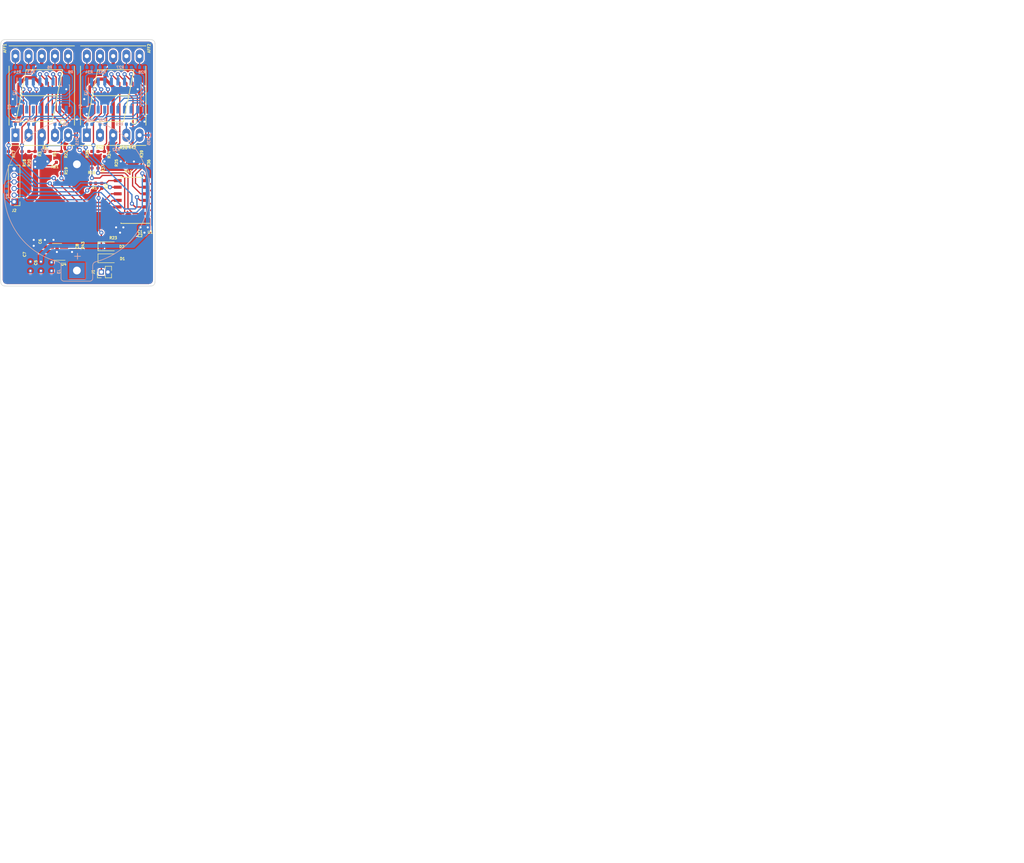
<source format=kicad_pcb>
(kicad_pcb (version 20171130) (host pcbnew "(5.0.2)-1")
  (layers (0 F.Cu mixed) (31 B.Cu mixed) (34 B.Paste user) (35 F.Paste user) (36 B.SilkS user) (37 F.SilkS user) (38 B.Mask user) (39 F.Mask user) (44 Edge.Cuts user))
  (net 0 "")
  (net 1 "Net-(AFF1-Pad1)")
  (net 2 "Net-(AFF1-Pad2)")
  (net 3 VDD)
  (net 4 "Net-(AFF1-Pad4)")
  (net 5 "Net-(AFF1-Pad5)")
  (net 6 "Net-(AFF1-Pad6)")
  (net 7 "Net-(AFF1-Pad7)")
  (net 8 "Net-(AFF1-Pad9)")
  (net 9 "Net-(AFF1-Pad10)")
  (net 10 "Net-(AFF2-Pad10)")
  (net 11 "Net-(AFF2-Pad9)")
  (net 12 "Net-(AFF2-Pad7)")
  (net 13 "Net-(AFF2-Pad6)")
  (net 14 "Net-(AFF2-Pad5)")
  (net 15 "Net-(AFF2-Pad4)")
  (net 16 "Net-(AFF2-Pad2)")
  (net 17 "Net-(AFF2-Pad1)")
  (net 18 GND)
  (net 19 "Net-(C6-Pad1)")
  (net 20 /6V_Batt)
  (net 21 /Trig)
  (net 22 /MOSI)
  (net 23 /MISO)
  (net 24 /RST)
  (net 25 /SCK)
  (net 26 /MISO_Trig)
  (net 27 "Net-(R20-Pad1)")
  (net 28 "Net-(R21-Pad1)")
  (net 29 "Net-(R22-Pad1)")
  (net 30 "Net-(R6-Pad2)")
  (net 31 "Net-(R8-Pad2)")
  (net 32 "Net-(R9-Pad2)")
  (net 33 "Net-(R10-Pad2)")
  (net 34 "Net-(R11-Pad2)")
  (net 35 "Net-(R13-Pad2)")
  (net 36 "Net-(R14-Pad2)")
  (net 37 /Left_D0)
  (net 38 /Left_D1)
  (net 39 /Left_D2)
  (net 40 /Left_D3)
  (net 41 "Net-(R24-Pad2)")
  (net 42 "Net-(R25-Pad2)")
  (net 43 "Net-(R26-Pad2)")
  (net 44 "Net-(R27-Pad2)")
  (net 45 "Net-(R28-Pad2)")
  (net 46 "Net-(R29-Pad2)")
  (net 47 "Net-(R30-Pad2)")
  (net 48 "Net-(R31-Pad2)")
  (net 49 "Net-(R33-Pad2)")
  (net 50 "Net-(R34-Pad2)")
  (net 51 /Right_D0)
  (net 52 /Right_D1)
  (net 53 /Right_D2)
  (net 54 /Right_D3)
  (net 55 "Net-(R43-Pad1)")
  (module Battery:BatteryHolder_Keystone_106_1x20mm (layer B.Cu) (at 88.3285 80.3275 90)
    (fp_text reference J3 (at -0.2159 -3.4925 90) (layer B.SilkS) (effects (font (size 0.508 0.508) (thickness 0.127)) (justify mirror)))
    (fp_text value Battery)
    (fp_text user + (at 2.75 0 90) (layer B.SilkS) (effects (font (size 1.5 1.5)) (justify mirror)))
    (pad 1 thru_hole rect (at 0 0 90) (size 3 3) (drill 1.5) (layers *.Cu *.Mask) (net 20 /6V_Batt))
    (pad 2 thru_hole circle (at 20.49 0 90) (size 3 3) (drill 1.5) (layers *.Cu *.Mask) (net 18 GND))
  )
  (module Display_7Segment:7SegmentLED_LTS6760_LTS6780 (layer F.Cu) (at 76.4794 54.229 90)
    (fp_text reference AFF1 (at 16.764 -2.032 270) (layer F.SilkS) (effects (font (size 0.508 0.508) (thickness 0.127))))
    (fp_text value LTS-6960HR)
    (pad 1 thru_hole rect (at 0 0) (size 1.524 2.524) (drill 0.8) (layers *.Cu *.Mask) (net 1 "Net-(AFF1-Pad1)"))
    (pad 2 thru_hole oval (at 0 2.54) (size 1.524 2.524) (drill 0.8) (layers *.Cu *.Mask) (net 2 "Net-(AFF1-Pad2)"))
    (pad 3 thru_hole oval (at 0 5.08) (size 1.524 2.524) (drill 0.8) (layers *.Cu *.Mask) (net 3 VDD))
    (pad 4 thru_hole oval (at 0 7.62) (size 1.524 2.524) (drill 0.8) (layers *.Cu *.Mask) (net 4 "Net-(AFF1-Pad4)"))
    (pad 5 thru_hole oval (at 0 10.16) (size 1.524 2.524) (drill 0.8) (layers *.Cu *.Mask) (net 5 "Net-(AFF1-Pad5)"))
    (pad 6 thru_hole oval (at 15.24 10.16) (size 1.524 2.524) (drill 0.8) (layers *.Cu *.Mask) (net 6 "Net-(AFF1-Pad6)"))
    (pad 7 thru_hole oval (at 15.24 7.62) (size 1.524 2.524) (drill 0.8) (layers *.Cu *.Mask) (net 7 "Net-(AFF1-Pad7)"))
    (pad 8 thru_hole oval (at 15.24 5.08) (size 1.524 2.524) (drill 0.8) (layers *.Cu *.Mask) (net 3 VDD))
    (pad 9 thru_hole oval (at 15.24 2.54) (size 1.524 2.524) (drill 0.8) (layers *.Cu *.Mask) (net 8 "Net-(AFF1-Pad9)"))
    (pad 10 thru_hole oval (at 15.24 0) (size 1.524 2.524) (drill 0.8) (layers *.Cu *.Mask) (net 9 "Net-(AFF1-Pad10)"))
  )
  (module Display_7Segment:7SegmentLED_LTS6760_LTS6780 (layer F.Cu) (at 90.2462 54.229 90)
    (fp_text reference AFF2 (at 16.7386 11.9888 90) (layer F.SilkS) (effects (font (size 0.508 0.508) (thickness 0.127))))
    (fp_text value LTS-6960HR)
    (pad 1 thru_hole rect (at 0 0) (size 1.524 2.524) (drill 0.8) (layers *.Cu *.Mask) (net 17 "Net-(AFF2-Pad1)"))
    (pad 2 thru_hole oval (at 0 2.54) (size 1.524 2.524) (drill 0.8) (layers *.Cu *.Mask) (net 16 "Net-(AFF2-Pad2)"))
    (pad 3 thru_hole oval (at 0 5.08) (size 1.524 2.524) (drill 0.8) (layers *.Cu *.Mask) (net 3 VDD))
    (pad 4 thru_hole oval (at 0 7.62) (size 1.524 2.524) (drill 0.8) (layers *.Cu *.Mask) (net 15 "Net-(AFF2-Pad4)"))
    (pad 5 thru_hole oval (at 0 10.16) (size 1.524 2.524) (drill 0.8) (layers *.Cu *.Mask) (net 14 "Net-(AFF2-Pad5)"))
    (pad 6 thru_hole oval (at 15.24 10.16) (size 1.524 2.524) (drill 0.8) (layers *.Cu *.Mask) (net 13 "Net-(AFF2-Pad6)"))
    (pad 7 thru_hole oval (at 15.24 7.62) (size 1.524 2.524) (drill 0.8) (layers *.Cu *.Mask) (net 12 "Net-(AFF2-Pad7)"))
    (pad 8 thru_hole oval (at 15.24 5.08) (size 1.524 2.524) (drill 0.8) (layers *.Cu *.Mask) (net 3 VDD))
    (pad 9 thru_hole oval (at 15.24 2.54) (size 1.524 2.524) (drill 0.8) (layers *.Cu *.Mask) (net 11 "Net-(AFF2-Pad9)"))
    (pad 10 thru_hole oval (at 15.24 0) (size 1.524 2.524) (drill 0.8) (layers *.Cu *.Mask) (net 10 "Net-(AFF2-Pad10)"))
  )
  (module Capacitor_SMD:C_0402_1005Metric (layer F.Cu) (at 99.0116 72.0344 180)
    (fp_text reference C1 (at -1.4962 -0.8382 180) (layer F.SilkS) (effects (font (size 0.508 0.508) (thickness 0.127))))
    (fp_text value 0.1uF)
    (pad 2 smd roundrect (at 0.485 0 180) (size 0.59 0.64) (layers F.Cu F.Paste F.Mask) (net 18 GND))
    (pad 1 smd roundrect (at -0.485 0 180) (size 0.59 0.64) (layers F.Cu F.Paste F.Mask) (net 3 VDD))
  )
  (module Capacitor_SMD:C_0402_1005Metric (layer F.Cu) (at 99.0116 73.152 180)
    (fp_text reference C2 (at -1.4962 -0.4572 180) (layer F.SilkS) (effects (font (size 0.508 0.508) (thickness 0.127))))
    (fp_text value 1uF)
    (pad 2 smd roundrect (at 0.485 0 180) (size 0.59 0.64) (layers F.Cu F.Paste F.Mask) (net 18 GND))
    (pad 1 smd roundrect (at -0.485 0 180) (size 0.59 0.64) (layers F.Cu F.Paste F.Mask) (net 3 VDD))
  )
  (module Capacitor_SMD:C_0402_1005Metric (layer B.Cu) (at 75.9714 48.8164 90)
    (fp_text reference C3 (at 0.0484 -0.6604 90) (layer B.SilkS) (effects (font (size 0.508 0.508) (thickness 0.127)) (justify mirror)))
    (fp_text value 0.1uF)
    (pad 2 smd roundrect (at 0.485 0 90) (size 0.59 0.64) (layers B.Cu B.Paste B.Mask) (net 18 GND))
    (pad 1 smd roundrect (at -0.485 0 90) (size 0.59 0.64) (layers B.Cu B.Paste B.Mask) (net 3 VDD))
  )
  (module Capacitor_SMD:C_0402_1005Metric (layer B.Cu) (at 89.7382 48.8164 90)
    (fp_text reference C4 (at 0.0738 -0.7366 90) (layer B.SilkS) (effects (font (size 0.508 0.508) (thickness 0.127)) (justify mirror)))
    (fp_text value 0.1uF)
    (pad 2 smd roundrect (at 0.485 0 90) (size 0.59 0.64) (layers B.Cu B.Paste B.Mask) (net 18 GND))
    (pad 1 smd roundrect (at -0.485 0 90) (size 0.59 0.64) (layers B.Cu B.Paste B.Mask) (net 3 VDD))
  )
  (module Capacitor_SMD:C_0402_1005Metric (layer F.Cu) (at 80.3275 77.2009 90)
    (fp_text reference C5 (at -1.6153 0.0889 90) (layer F.SilkS) (effects (font (size 0.508 0.508) (thickness 0.127))))
    (fp_text value 1uF)
    (pad 2 smd roundrect (at 0.485 0 90) (size 0.59 0.64) (layers F.Cu F.Paste F.Mask) (net 18 GND))
    (pad 1 smd roundrect (at -0.485 0 90) (size 0.59 0.64) (layers F.Cu F.Paste F.Mask) (net 3 VDD))
  )
  (module Capacitor_SMD:C_0402_1005Metric (layer F.Cu) (at 81.529112 76.271072 270)
    (fp_text reference C6 (at -1.544272 0.274512 270) (layer F.SilkS) (effects (font (size 0.508 0.508) (thickness 0.127))))
    (fp_text value 0.01uF)
    (pad 2 smd roundrect (at 0.485 0 270) (size 0.59 0.64) (layers F.Cu F.Paste F.Mask) (net 18 GND))
    (pad 1 smd roundrect (at -0.485 0 270) (size 0.59 0.64) (layers F.Cu F.Paste F.Mask) (net 19 "Net-(C6-Pad1)"))
  )
  (module Capacitor_SMD:C_0402_1005Metric (layer F.Cu) (at 79.1591 77.2009 90)
    (fp_text reference C7 (at -0.0151 -0.9017 90) (layer F.SilkS) (effects (font (size 0.508 0.508) (thickness 0.127))))
    (fp_text value 4.7uF)
    (pad 2 smd roundrect (at 0.485 0 90) (size 0.59 0.64) (layers F.Cu F.Paste F.Mask) (net 18 GND))
    (pad 1 smd roundrect (at -0.485 0 90) (size 0.59 0.64) (layers F.Cu F.Paste F.Mask) (net 3 VDD))
  )
  (module Capacitor_SMD:C_0402_1005Metric (layer F.Cu) (at 88.356632 77.200992 90)
    (fp_text reference C8 (at 1.534392 0.035368 90) (layer F.SilkS) (effects (font (size 0.508 0.508) (thickness 0.127))))
    (fp_text value 1uF)
    (pad 2 smd roundrect (at 0.485 0 90) (size 0.59 0.64) (layers F.Cu F.Paste F.Mask) (net 18 GND))
    (pad 1 smd roundrect (at -0.485 0 90) (size 0.59 0.64) (layers F.Cu F.Paste F.Mask) (net 20 /6V_Batt))
  )
  (module Diode_SMD:D_SOD-323_HandSoldering (layer F.Cu) (at 94.2902 77.9653)
    (fp_text reference D1 (at 2.814 0.0889) (layer F.SilkS) (effects (font (size 0.508 0.508) (thickness 0.127))))
    (fp_text value "Vf <0.5V, Vr > 5V")
    (pad 2 smd rect (at 1.25 0) (size 1 1) (layers F.Cu F.Paste F.Mask) (net 18 GND))
    (pad 1 smd rect (at -1.25 0) (size 1 1) (layers F.Cu F.Paste F.Mask) (net 21 /Trig))
  )
  (module Diode_SMD:D_SOD-323_HandSoldering (layer F.Cu) (at 94.2902 75.6666)
    (fp_text reference D2 (at 2.687 0.0508) (layer F.SilkS) (effects (font (size 0.508 0.508) (thickness 0.127))))
    (fp_text value 3v)
    (pad 2 smd rect (at 1.25 0) (size 1 1) (layers F.Cu F.Paste F.Mask) (net 18 GND))
    (pad 1 smd rect (at -1.25 0) (size 1 1) (layers F.Cu F.Paste F.Mask) (net 21 /Trig))
  )
  (module Connector_PinHeader_1.27mm:PinHeader_1x06_P1.27mm_Vertical (layer F.Cu) (at 76.2381 67.056 180)
    (fp_text reference J2 (at 0 -1.695 180) (layer F.SilkS) (effects (font (size 0.508 0.508) (thickness 0.127))))
    (fp_text value ISP)
    (pad 6 thru_hole oval (at 0 6.35 180) (size 1 1) (drill 0.65) (layers *.Cu *.Mask) (net 18 GND))
    (pad 5 thru_hole oval (at 0 5.08 180) (size 1 1) (drill 0.65) (layers *.Cu *.Mask) (net 25 /SCK))
    (pad 4 thru_hole oval (at 0 3.81 180) (size 1 1) (drill 0.65) (layers *.Cu *.Mask) (net 24 /RST))
    (pad 3 thru_hole oval (at 0 2.54 180) (size 1 1) (drill 0.65) (layers *.Cu *.Mask) (net 23 /MISO))
    (pad 2 thru_hole oval (at 0 1.27 180) (size 1 1) (drill 0.65) (layers *.Cu *.Mask) (net 22 /MOSI))
    (pad 1 thru_hole rect (at 0 0 180) (size 1 1) (drill 0.65) (layers *.Cu *.Mask) (net 3 VDD))
  )
  (module Resistor_SMD:R_0402_1005Metric (layer F.Cu) (at 91.463 63.5127)
    (fp_text reference R1 (at 0.2818 0.9017) (layer F.SilkS) (effects (font (size 0.508 0.508) (thickness 0.127))))
    (fp_text value 0.0)
    (pad 2 smd roundrect (at 0.485 0) (size 0.59 0.64) (layers F.Cu F.Paste F.Mask) (net 26 /MISO_Trig))
    (pad 1 smd roundrect (at -0.485 0) (size 0.59 0.64) (layers F.Cu F.Paste F.Mask) (net 23 /MISO))
  )
  (module Resistor_SMD:R_0402_1005Metric (layer F.Cu) (at 93.1164 63.9977 90)
    (fp_text reference R2 (at -0.0611 0.889 90) (layer F.SilkS) (effects (font (size 0.508 0.508) (thickness 0.127))))
    (fp_text value 0.0)
    (pad 2 smd roundrect (at 0.485 0 90) (size 0.59 0.64) (layers F.Cu F.Paste F.Mask) (net 26 /MISO_Trig))
    (pad 1 smd roundrect (at -0.485 0 90) (size 0.59 0.64) (layers F.Cu F.Paste F.Mask) (net 21 /Trig))
  )
  (module Resistor_SMD:R_0402_1005Metric (layer F.Cu) (at 80.2767 57.8588 90)
    (fp_text reference R3 (at -0.0024 0.9271 90) (layer F.SilkS) (effects (font (size 0.508 0.508) (thickness 0.127))))
    (fp_text value 10k)
    (pad 2 smd roundrect (at 0.485 0 90) (size 0.59 0.64) (layers F.Cu F.Paste F.Mask) (net 27 "Net-(R20-Pad1)"))
    (pad 1 smd roundrect (at -0.485 0 90) (size 0.59 0.64) (layers F.Cu F.Paste F.Mask) (net 3 VDD))
  )
  (module Resistor_SMD:R_0402_1005Metric (layer F.Cu) (at 82.0928 57.8636 90)
    (fp_text reference R4 (at 1.1708 0.0508 180) (layer F.SilkS) (effects (font (size 0.508 0.508) (thickness 0.127))))
    (fp_text value 10k)
    (pad 2 smd roundrect (at 0.485 0 90) (size 0.59 0.64) (layers F.Cu F.Paste F.Mask) (net 28 "Net-(R21-Pad1)"))
    (pad 1 smd roundrect (at -0.485 0 90) (size 0.59 0.64) (layers F.Cu F.Paste F.Mask) (net 3 VDD))
  )
  (module Resistor_SMD:R_0402_1005Metric (layer F.Cu) (at 83.185 57.8588 90)
    (fp_text reference R5 (at -0.0278 0.889 90) (layer F.SilkS) (effects (font (size 0.508 0.508) (thickness 0.127))))
    (fp_text value NP)
    (pad 2 smd roundrect (at 0.485 0 90) (size 0.59 0.64) (layers F.Cu F.Paste F.Mask) (net 29 "Net-(R22-Pad1)"))
    (pad 1 smd roundrect (at -0.485 0 90) (size 0.59 0.64) (layers F.Cu F.Paste F.Mask) (net 3 VDD))
  )
  (module Resistor_SMD:R_0402_1005Metric (layer B.Cu) (at 84.5844 41.148)
    (fp_text reference R6 (at -1.501 0) (layer B.SilkS) (effects (font (size 0.508 0.508) (thickness 0.127)) (justify mirror)))
    (fp_text value 330)
    (pad 2 smd roundrect (at 0.485 0) (size 0.59 0.64) (layers B.Cu B.Paste B.Mask) (net 30 "Net-(R6-Pad2)"))
    (pad 1 smd roundrect (at -0.485 0) (size 0.59 0.64) (layers B.Cu B.Paste B.Mask) (net 7 "Net-(AFF1-Pad7)"))
  )
  (module Resistor_SMD:R_0402_1005Metric (layer B.Cu) (at 74.75474 64.55396 90)
    (fp_text reference R7 (at -1.46064 0.20066 90) (layer B.SilkS) (effects (font (size 0.508 0.508) (thickness 0.127)) (justify mirror)))
    (fp_text value 10k)
    (pad 2 smd roundrect (at 0.485 0 90) (size 0.59 0.64) (layers B.Cu B.Paste B.Mask) (net 24 /RST))
    (pad 1 smd roundrect (at -0.485 0 90) (size 0.59 0.64) (layers B.Cu B.Paste B.Mask) (net 3 VDD))
  )
  (module Resistor_SMD:R_0402_1005Metric (layer B.Cu) (at 87.1244 41.148)
    (fp_text reference R8 (at -0.0024 0.9144) (layer B.SilkS) (effects (font (size 0.508 0.508) (thickness 0.127)) (justify mirror)))
    (fp_text value 330)
    (pad 2 smd roundrect (at 0.485 0) (size 0.59 0.64) (layers B.Cu B.Paste B.Mask) (net 31 "Net-(R8-Pad2)"))
    (pad 1 smd roundrect (at -0.485 0) (size 0.59 0.64) (layers B.Cu B.Paste B.Mask) (net 6 "Net-(AFF1-Pad6)"))
  )
  (module Resistor_SMD:R_0402_1005Metric (layer B.Cu) (at 84.5844 52.1208)
    (fp_text reference R9 (at 1.5216 0.0508) (layer B.SilkS) (effects (font (size 0.508 0.508) (thickness 0.127)) (justify mirror)))
    (fp_text value 330)
    (pad 2 smd roundrect (at 0.485 0) (size 0.59 0.64) (layers B.Cu B.Paste B.Mask) (net 32 "Net-(R9-Pad2)"))
    (pad 1 smd roundrect (at -0.485 0) (size 0.59 0.64) (layers B.Cu B.Paste B.Mask) (net 4 "Net-(AFF1-Pad4)"))
  )
  (module Resistor_SMD:R_0402_1005Metric (layer B.Cu) (at 79.5044 52.1208)
    (fp_text reference R10 (at -0.0024 -0.762) (layer B.SilkS) (effects (font (size 0.508 0.508) (thickness 0.127)) (justify mirror)))
    (fp_text value 330)
    (pad 2 smd roundrect (at 0.485 0) (size 0.59 0.64) (layers B.Cu B.Paste B.Mask) (net 33 "Net-(R10-Pad2)"))
    (pad 1 smd roundrect (at -0.485 0) (size 0.59 0.64) (layers B.Cu B.Paste B.Mask) (net 2 "Net-(AFF1-Pad2)"))
  )
  (module Resistor_SMD:R_0402_1005Metric (layer B.Cu) (at 76.9644 52.1208)
    (fp_text reference R11 (at 0.023 -0.7874) (layer B.SilkS) (effects (font (size 0.508 0.508) (thickness 0.127)) (justify mirror)))
    (fp_text value 330)
    (pad 2 smd roundrect (at 0.485 0) (size 0.59 0.64) (layers B.Cu B.Paste B.Mask) (net 34 "Net-(R11-Pad2)"))
    (pad 1 smd roundrect (at -0.485 0) (size 0.59 0.64) (layers B.Cu B.Paste B.Mask) (net 1 "Net-(AFF1-Pad1)"))
  )
  (module Resistor_SMD:R_0402_1005Metric (layer B.Cu) (at 82.042 56.2356)
    (fp_text reference R12 (at 0.1016 0.889) (layer B.SilkS) (effects (font (size 0.508 0.508) (thickness 0.127)) (justify mirror)))
    (fp_text value 0.0)
    (pad 2 smd roundrect (at 0.485 0) (size 0.59 0.64) (layers B.Cu B.Paste B.Mask) (net 5 "Net-(AFF1-Pad5)"))
    (pad 1 smd roundrect (at -0.485 0) (size 0.59 0.64) (layers B.Cu B.Paste B.Mask) (net 3 VDD))
  )
  (module Resistor_SMD:R_0402_1005Metric (layer B.Cu) (at 79.4996 41.148)
    (fp_text reference R13 (at 0.0024 0.9144) (layer B.SilkS) (effects (font (size 0.508 0.508) (thickness 0.127)) (justify mirror)))
    (fp_text value 330)
    (pad 2 smd roundrect (at 0.485 0) (size 0.59 0.64) (layers B.Cu B.Paste B.Mask) (net 35 "Net-(R13-Pad2)"))
    (pad 1 smd roundrect (at -0.485 0) (size 0.59 0.64) (layers B.Cu B.Paste B.Mask) (net 8 "Net-(AFF1-Pad9)"))
  )
  (module Resistor_SMD:R_0402_1005Metric (layer B.Cu) (at 76.9596 41.148)
    (fp_text reference R14 (at -0.0992 0.9144) (layer B.SilkS) (effects (font (size 0.508 0.508) (thickness 0.127)) (justify mirror)))
    (fp_text value 330)
    (pad 2 smd roundrect (at 0.485 0) (size 0.59 0.64) (layers B.Cu B.Paste B.Mask) (net 36 "Net-(R14-Pad2)"))
    (pad 1 smd roundrect (at -0.485 0) (size 0.59 0.64) (layers B.Cu B.Paste B.Mask) (net 9 "Net-(AFF1-Pad10)"))
  )
  (module Resistor_SMD:R_0402_1005Metric (layer B.Cu) (at 88.3158 53.744 90)
    (fp_text reference R15 (at -1.7296 0.0508 90) (layer B.SilkS) (effects (font (size 0.508 0.508) (thickness 0.127)) (justify mirror)))
    (fp_text value NP)
    (pad 2 smd roundrect (at 0.485 0 90) (size 0.59 0.64) (layers B.Cu B.Paste B.Mask) (net 18 GND))
    (pad 1 smd roundrect (at -0.485 0 90) (size 0.59 0.64) (layers B.Cu B.Paste B.Mask) (net 5 "Net-(AFF1-Pad5)"))
  )
  (module Resistor_SMD:R_0402_1005Metric (layer F.Cu) (at 91.2241 60.094 90)
    (fp_text reference R16 (at -1.374 -0.0381 180) (layer F.SilkS) (effects (font (size 0.508 0.508) (thickness 0.127))))
    (fp_text value 10k)
    (pad 2 smd roundrect (at 0.485 0 90) (size 0.59 0.64) (layers F.Cu F.Paste F.Mask) (net 18 GND))
    (pad 1 smd roundrect (at -0.485 0 90) (size 0.59 0.64) (layers F.Cu F.Paste F.Mask) (net 37 /Left_D0))
  )
  (module Resistor_SMD:R_0402_1005Metric (layer F.Cu) (at 75.1586 57.8636 270)
    (fp_text reference R17 (at -0.0024 -0.9906 270) (layer F.SilkS) (effects (font (size 0.508 0.508) (thickness 0.127))))
    (fp_text value 10k)
    (pad 2 smd roundrect (at 0.485 0 270) (size 0.59 0.64) (layers F.Cu F.Paste F.Mask) (net 18 GND))
    (pad 1 smd roundrect (at -0.485 0 270) (size 0.59 0.64) (layers F.Cu F.Paste F.Mask) (net 38 /Left_D1))
  )
  (module Resistor_SMD:R_0402_1005Metric (layer F.Cu) (at 77.7494 57.889 270)
    (fp_text reference R18 (at 1.6994 -0.4572 270) (layer F.SilkS) (effects (font (size 0.508 0.508) (thickness 0.127))))
    (fp_text value 10k)
    (pad 2 smd roundrect (at 0.485 0 270) (size 0.59 0.64) (layers F.Cu F.Paste F.Mask) (net 18 GND))
    (pad 1 smd roundrect (at -0.485 0 270) (size 0.59 0.64) (layers F.Cu F.Paste F.Mask) (net 39 /Left_D2))
  )
  (module Resistor_SMD:R_0402_1005Metric (layer F.Cu) (at 85.344 61.1354 90)
    (fp_text reference R19 (at 0.023 0.9144 270) (layer F.SilkS) (effects (font (size 0.508 0.508) (thickness 0.127))))
    (fp_text value 10k)
    (pad 2 smd roundrect (at 0.485 0 90) (size 0.59 0.64) (layers F.Cu F.Paste F.Mask) (net 18 GND))
    (pad 1 smd roundrect (at -0.485 0 90) (size 0.59 0.64) (layers F.Cu F.Paste F.Mask) (net 40 /Left_D3))
  )
  (module Resistor_SMD:R_0402_1005Metric (layer F.Cu) (at 79.0702 57.85852 270)
    (fp_text reference R20 (at 1.70448 -0.0762 270) (layer F.SilkS) (effects (font (size 0.508 0.508) (thickness 0.127))))
    (fp_text value NP)
    (pad 2 smd roundrect (at 0.485 0 270) (size 0.59 0.64) (layers F.Cu F.Paste F.Mask) (net 18 GND))
    (pad 1 smd roundrect (at -0.485 0 270) (size 0.59 0.64) (layers F.Cu F.Paste F.Mask) (net 27 "Net-(R20-Pad1)"))
  )
  (module Resistor_SMD:R_0402_1005Metric (layer F.Cu) (at 84.8638 59.4614)
    (fp_text reference R21 (at -0.7644 0.8636) (layer F.SilkS) (effects (font (size 0.508 0.508) (thickness 0.127))))
    (fp_text value NP)
    (pad 2 smd roundrect (at 0.485 0) (size 0.59 0.64) (layers F.Cu F.Paste F.Mask) (net 18 GND))
    (pad 1 smd roundrect (at -0.485 0) (size 0.59 0.64) (layers F.Cu F.Paste F.Mask) (net 28 "Net-(R21-Pad1)"))
  )
  (module Resistor_SMD:R_0402_1005Metric (layer F.Cu) (at 85.344 57.8636 270)
    (fp_text reference R22 (at 0.0484 -0.889 270) (layer F.SilkS) (effects (font (size 0.508 0.508) (thickness 0.127))))
    (fp_text value 10k)
    (pad 2 smd roundrect (at 0.485 0 270) (size 0.59 0.64) (layers F.Cu F.Paste F.Mask) (net 18 GND))
    (pad 1 smd roundrect (at -0.485 0 270) (size 0.59 0.64) (layers F.Cu F.Paste F.Mask) (net 29 "Net-(R22-Pad1)"))
  )
  (module Resistor_SMD:R_0402_1005Metric (layer F.Cu) (at 93.5252 73.9902)
    (fp_text reference R23 (at 1.801 0.0508) (layer F.SilkS) (effects (font (size 0.508 0.508) (thickness 0.127))))
    (fp_text value 1M)
    (pad 2 smd roundrect (at 0.485 0) (size 0.59 0.64) (layers F.Cu F.Paste F.Mask) (net 18 GND))
    (pad 1 smd roundrect (at -0.485 0) (size 0.59 0.64) (layers F.Cu F.Paste F.Mask) (net 21 /Trig))
  )
  (module Resistor_SMD:R_0402_1005Metric (layer F.Cu) (at 93.6371 57.8636 90)
    (fp_text reference R24 (at -0.1246 0.9271 90) (layer F.SilkS) (effects (font (size 0.508 0.508) (thickness 0.127))))
    (fp_text value 10k)
    (pad 2 smd roundrect (at 0.485 0 90) (size 0.59 0.64) (layers F.Cu F.Paste F.Mask) (net 41 "Net-(R24-Pad2)"))
    (pad 1 smd roundrect (at -0.485 0 90) (size 0.59 0.64) (layers F.Cu F.Paste F.Mask) (net 3 VDD))
  )
  (module Resistor_SMD:R_0402_1005Metric (layer F.Cu) (at 96.1644 57.8636 90)
    (fp_text reference R25 (at -1.7248 -0.2032 90) (layer F.SilkS) (effects (font (size 0.508 0.508) (thickness 0.127))))
    (fp_text value 10k)
    (pad 2 smd roundrect (at 0.485 0 90) (size 0.59 0.64) (layers F.Cu F.Paste F.Mask) (net 42 "Net-(R25-Pad2)"))
    (pad 1 smd roundrect (at -0.485 0 90) (size 0.59 0.64) (layers F.Cu F.Paste F.Mask) (net 3 VDD))
  )
  (module Resistor_SMD:R_0402_1005Metric (layer F.Cu) (at 97.4217 57.8636 90)
    (fp_text reference R26 (at 1.1962 -0.0889 180) (layer F.SilkS) (effects (font (size 0.508 0.508) (thickness 0.127))))
    (fp_text value NP)
    (pad 2 smd roundrect (at 0.485 0 90) (size 0.59 0.64) (layers F.Cu F.Paste F.Mask) (net 43 "Net-(R26-Pad2)"))
    (pad 1 smd roundrect (at -0.485 0 90) (size 0.59 0.64) (layers F.Cu F.Paste F.Mask) (net 3 VDD))
  )
  (module Resistor_SMD:R_0402_1005Metric (layer B.Cu) (at 98.3488 41.148)
    (fp_text reference R27 (at -1.651 0.0254) (layer B.SilkS) (effects (font (size 0.508 0.508) (thickness 0.127)) (justify mirror)))
    (fp_text value 330)
    (pad 2 smd roundrect (at 0.485 0) (size 0.59 0.64) (layers B.Cu B.Paste B.Mask) (net 44 "Net-(R27-Pad2)"))
    (pad 1 smd roundrect (at -0.485 0) (size 0.59 0.64) (layers B.Cu B.Paste B.Mask) (net 12 "Net-(AFF2-Pad7)"))
  )
  (module Resistor_SMD:R_0402_1005Metric (layer B.Cu) (at 100.8912 41.148)
    (fp_text reference R28 (at 0.023 0.9398) (layer B.SilkS) (effects (font (size 0.508 0.508) (thickness 0.127)) (justify mirror)))
    (fp_text value 330)
    (pad 2 smd roundrect (at 0.485 0) (size 0.59 0.64) (layers B.Cu B.Paste B.Mask) (net 45 "Net-(R28-Pad2)"))
    (pad 1 smd roundrect (at -0.485 0) (size 0.59 0.64) (layers B.Cu B.Paste B.Mask) (net 13 "Net-(AFF2-Pad6)"))
  )
  (module Resistor_SMD:R_0402_1005Metric (layer B.Cu) (at 98.3512 52.1208)
    (fp_text reference R29 (at -1.8058 0.0254) (layer B.SilkS) (effects (font (size 0.508 0.508) (thickness 0.127)) (justify mirror)))
    (fp_text value 330)
    (pad 2 smd roundrect (at 0.485 0) (size 0.59 0.64) (layers B.Cu B.Paste B.Mask) (net 46 "Net-(R29-Pad2)"))
    (pad 1 smd roundrect (at -0.485 0) (size 0.59 0.64) (layers B.Cu B.Paste B.Mask) (net 15 "Net-(AFF2-Pad4)"))
  )
  (module Resistor_SMD:R_0402_1005Metric (layer B.Cu) (at 93.2712 52.1208)
    (fp_text reference R30 (at 0.023 -0.7874) (layer B.SilkS) (effects (font (size 0.508 0.508) (thickness 0.127)) (justify mirror)))
    (fp_text value 330)
    (pad 2 smd roundrect (at 0.485 0) (size 0.59 0.64) (layers B.Cu B.Paste B.Mask) (net 47 "Net-(R30-Pad2)"))
    (pad 1 smd roundrect (at -0.485 0) (size 0.59 0.64) (layers B.Cu B.Paste B.Mask) (net 16 "Net-(AFF2-Pad2)"))
  )
  (module Resistor_SMD:R_0402_1005Metric (layer B.Cu) (at 90.7312 52.1208)
    (fp_text reference R31 (at 0.023 -0.762) (layer B.SilkS) (effects (font (size 0.508 0.508) (thickness 0.127)) (justify mirror)))
    (fp_text value 330)
    (pad 2 smd roundrect (at 0.485 0) (size 0.59 0.64) (layers B.Cu B.Paste B.Mask) (net 48 "Net-(R31-Pad2)"))
    (pad 1 smd roundrect (at -0.485 0) (size 0.59 0.64) (layers B.Cu B.Paste B.Mask) (net 17 "Net-(AFF2-Pad1)"))
  )
  (module Resistor_SMD:R_0402_1005Metric (layer B.Cu) (at 95.8112 56.2356)
    (fp_text reference R32 (at 0.0992 0.7874) (layer B.SilkS) (effects (font (size 0.508 0.508) (thickness 0.127)) (justify mirror)))
    (fp_text value 0.0)
    (pad 2 smd roundrect (at 0.485 0) (size 0.59 0.64) (layers B.Cu B.Paste B.Mask) (net 14 "Net-(AFF2-Pad5)"))
    (pad 1 smd roundrect (at -0.485 0) (size 0.59 0.64) (layers B.Cu B.Paste B.Mask) (net 3 VDD))
  )
  (module Resistor_SMD:R_0402_1005Metric (layer B.Cu) (at 93.2688 41.148)
    (fp_text reference R33 (at -0.0508 0.9144) (layer B.SilkS) (effects (font (size 0.508 0.508) (thickness 0.127)) (justify mirror)))
    (fp_text value 330)
    (pad 2 smd roundrect (at 0.485 0) (size 0.59 0.64) (layers B.Cu B.Paste B.Mask) (net 49 "Net-(R33-Pad2)"))
    (pad 1 smd roundrect (at -0.485 0) (size 0.59 0.64) (layers B.Cu B.Paste B.Mask) (net 11 "Net-(AFF2-Pad9)"))
  )
  (module Resistor_SMD:R_0402_1005Metric (layer B.Cu) (at 90.7264 41.148)
    (fp_text reference R34 (at -0.0484 0.9144) (layer B.SilkS) (effects (font (size 0.508 0.508) (thickness 0.127)) (justify mirror)))
    (fp_text value 330)
    (pad 2 smd roundrect (at 0.485 0) (size 0.59 0.64) (layers B.Cu B.Paste B.Mask) (net 50 "Net-(R34-Pad2)"))
    (pad 1 smd roundrect (at -0.485 0) (size 0.59 0.64) (layers B.Cu B.Paste B.Mask) (net 10 "Net-(AFF2-Pad10)"))
  )
  (module Resistor_SMD:R_0402_1005Metric (layer B.Cu) (at 102.0826 53.744 90)
    (fp_text reference R35 (at -1.7042 0.1016 90) (layer B.SilkS) (effects (font (size 0.508 0.508) (thickness 0.127)) (justify mirror)))
    (fp_text value NP)
    (pad 2 smd roundrect (at 0.485 0 90) (size 0.59 0.64) (layers B.Cu B.Paste B.Mask) (net 18 GND))
    (pad 1 smd roundrect (at -0.485 0 90) (size 0.59 0.64) (layers B.Cu B.Paste B.Mask) (net 14 "Net-(AFF2-Pad5)"))
  )
  (module Resistor_SMD:R_0402_1005Metric (layer F.Cu) (at 102.1334 57.8636 270)
    (fp_text reference R36 (at 1.7756 -0.0508 270) (layer F.SilkS) (effects (font (size 0.508 0.508) (thickness 0.127))))
    (fp_text value 10k)
    (pad 2 smd roundrect (at 0.485 0 270) (size 0.59 0.64) (layers F.Cu F.Paste F.Mask) (net 18 GND))
    (pad 1 smd roundrect (at -0.485 0 270) (size 0.59 0.64) (layers F.Cu F.Paste F.Mask) (net 51 /Right_D0))
  )
  (module Resistor_SMD:R_0402_1005Metric (layer F.Cu) (at 92.4052 60.094 90)
    (fp_text reference R37 (at -0.5612 0.9906 90) (layer F.SilkS) (effects (font (size 0.508 0.508) (thickness 0.127))))
    (fp_text value 10k)
    (pad 2 smd roundrect (at 0.485 0 90) (size 0.59 0.64) (layers F.Cu F.Paste F.Mask) (net 18 GND))
    (pad 1 smd roundrect (at -0.485 0 90) (size 0.59 0.64) (layers F.Cu F.Paste F.Mask) (net 52 /Right_D1))
  )
  (module Resistor_SMD:R_0402_1005Metric (layer F.Cu) (at 91.2114 57.8636 270)
    (fp_text reference R38 (at 0.023 0.889 270) (layer F.SilkS) (effects (font (size 0.508 0.508) (thickness 0.127))))
    (fp_text value 10k)
    (pad 2 smd roundrect (at 0.485 0 270) (size 0.59 0.64) (layers F.Cu F.Paste F.Mask) (net 18 GND))
    (pad 1 smd roundrect (at -0.485 0 270) (size 0.59 0.64) (layers F.Cu F.Paste F.Mask) (net 53 /Right_D2))
  )
  (module Resistor_SMD:R_0402_1005Metric (layer F.Cu) (at 99.8982 57.8636 270)
    (fp_text reference R39 (at -0.0024 -0.9144 270) (layer F.SilkS) (effects (font (size 0.508 0.508) (thickness 0.127))))
    (fp_text value 10k)
    (pad 2 smd roundrect (at 0.485 0 270) (size 0.59 0.64) (layers F.Cu F.Paste F.Mask) (net 18 GND))
    (pad 1 smd roundrect (at -0.485 0 270) (size 0.59 0.64) (layers F.Cu F.Paste F.Mask) (net 54 /Right_D3))
  )
  (module Resistor_SMD:R_0402_1005Metric (layer F.Cu) (at 92.4052 57.8636 270)
    (fp_text reference R40 (at -1.1962 -0.3556) (layer F.SilkS) (effects (font (size 0.508 0.508) (thickness 0.127))))
    (fp_text value NP)
    (pad 2 smd roundrect (at 0.485 0 270) (size 0.59 0.64) (layers F.Cu F.Paste F.Mask) (net 18 GND))
    (pad 1 smd roundrect (at -0.485 0 270) (size 0.59 0.64) (layers F.Cu F.Paste F.Mask) (net 41 "Net-(R24-Pad2)"))
  )
  (module Resistor_SMD:R_0402_1005Metric (layer F.Cu) (at 98.2242 60.325)
    (fp_text reference R41 (at 0.023 0.9144) (layer F.SilkS) (effects (font (size 0.508 0.508) (thickness 0.127))))
    (fp_text value NP)
    (pad 2 smd roundrect (at 0.485 0) (size 0.59 0.64) (layers F.Cu F.Paste F.Mask) (net 18 GND))
    (pad 1 smd roundrect (at -0.485 0) (size 0.59 0.64) (layers F.Cu F.Paste F.Mask) (net 42 "Net-(R25-Pad2)"))
  )
  (module Resistor_SMD:R_0402_1005Metric (layer F.Cu) (at 98.7044 57.8636 270)
    (fp_text reference R42 (at -1.2216 -0.3048) (layer F.SilkS) (effects (font (size 0.508 0.508) (thickness 0.127))))
    (fp_text value 10k)
    (pad 2 smd roundrect (at 0.485 0 270) (size 0.59 0.64) (layers F.Cu F.Paste F.Mask) (net 18 GND))
    (pad 1 smd roundrect (at -0.485 0 270) (size 0.59 0.64) (layers F.Cu F.Paste F.Mask) (net 43 "Net-(R26-Pad2)"))
  )
  (module Resistor_SMD:R_0402_1005Metric (layer F.Cu) (at 89.525032 77.200992 270)
    (fp_text reference R43 (at -1.737592 0.040832 270) (layer F.SilkS) (effects (font (size 0.508 0.508) (thickness 0.127))))
    (fp_text value 10k)
    (pad 2 smd roundrect (at 0.485 0 270) (size 0.59 0.64) (layers F.Cu F.Paste F.Mask) (net 20 /6V_Batt))
    (pad 1 smd roundrect (at -0.485 0 270) (size 0.59 0.64) (layers F.Cu F.Paste F.Mask) (net 55 "Net-(R43-Pad1)"))
  )
  (module Package_SO:SOIC-14_3.9x8.7mm_P1.27mm (layer F.Cu) (at 98.9 66.802 180)
    (fp_text reference U1 (at -3.5636 -6.1468 180) (layer F.SilkS) (effects (font (size 0.508 0.508) (thickness 0.127))))
    (fp_text value ATtiny24A-SSU)
    (pad 14 smd rect (at 2.7 -3.81 180) (size 1.5 0.6) (layers F.Cu F.Paste F.Mask) (net 18 GND))
    (pad 13 smd rect (at 2.7 -2.54 180) (size 1.5 0.6) (layers F.Cu F.Paste F.Mask) (net 37 /Left_D0))
    (pad 12 smd rect (at 2.7 -1.27 180) (size 1.5 0.6) (layers F.Cu F.Paste F.Mask) (net 38 /Left_D1))
    (pad 11 smd rect (at 2.7 0 180) (size 1.5 0.6) (layers F.Cu F.Paste F.Mask) (net 39 /Left_D2))
    (pad 10 smd rect (at 2.7 1.27 180) (size 1.5 0.6) (layers F.Cu F.Paste F.Mask) (net 40 /Left_D3))
    (pad 9 smd rect (at 2.7 2.54 180) (size 1.5 0.6) (layers F.Cu F.Paste F.Mask) (net 25 /SCK))
    (pad 8 smd rect (at 2.7 3.81 180) (size 1.5 0.6) (layers F.Cu F.Paste F.Mask) (net 26 /MISO_Trig))
    (pad 7 smd rect (at -2.7 3.81 180) (size 1.5 0.6) (layers F.Cu F.Paste F.Mask) (net 22 /MOSI))
    (pad 6 smd rect (at -2.7 2.54 180) (size 1.5 0.6) (layers F.Cu F.Paste F.Mask) (net 51 /Right_D0))
    (pad 5 smd rect (at -2.7 1.27 180) (size 1.5 0.6) (layers F.Cu F.Paste F.Mask) (net 54 /Right_D3))
    (pad 4 smd rect (at -2.7 0 180) (size 1.5 0.6) (layers F.Cu F.Paste F.Mask) (net 24 /RST))
    (pad 3 smd rect (at -2.7 -1.27 180) (size 1.5 0.6) (layers F.Cu F.Paste F.Mask) (net 53 /Right_D2))
    (pad 2 smd rect (at -2.7 -2.54 180) (size 1.5 0.6) (layers F.Cu F.Paste F.Mask) (net 52 /Right_D1))
    (pad 1 smd rect (at -2.7 -3.81 180) (size 1.5 0.6) (layers F.Cu F.Paste F.Mask) (net 3 VDD))
  )
  (module Package_SO:SOIC-16_3.9x9.9mm_P1.27mm (layer B.Cu) (at 81.8388 46.6014 270)
    (fp_text reference U2 (at -0.5512 5.5372 270) (layer B.SilkS) (effects (font (size 0.508 0.508) (thickness 0.127)) (justify mirror)))
    (fp_text value CD74HC4511M)
    (pad 16 smd rect (at 2.7 4.445 270) (size 1.5 0.6) (layers B.Cu B.Paste B.Mask) (net 3 VDD))
    (pad 15 smd rect (at 2.7 3.175 270) (size 1.5 0.6) (layers B.Cu B.Paste B.Mask) (net 35 "Net-(R13-Pad2)"))
    (pad 14 smd rect (at 2.7 1.905 270) (size 1.5 0.6) (layers B.Cu B.Paste B.Mask) (net 36 "Net-(R14-Pad2)"))
    (pad 13 smd rect (at 2.7 0.635 270) (size 1.5 0.6) (layers B.Cu B.Paste B.Mask) (net 30 "Net-(R6-Pad2)"))
    (pad 12 smd rect (at 2.7 -0.635 270) (size 1.5 0.6) (layers B.Cu B.Paste B.Mask) (net 31 "Net-(R8-Pad2)"))
    (pad 11 smd rect (at 2.7 -1.905 270) (size 1.5 0.6) (layers B.Cu B.Paste B.Mask) (net 32 "Net-(R9-Pad2)"))
    (pad 10 smd rect (at 2.7 -3.175 270) (size 1.5 0.6) (layers B.Cu B.Paste B.Mask) (net 33 "Net-(R10-Pad2)"))
    (pad 9 smd rect (at 2.7 -4.445 270) (size 1.5 0.6) (layers B.Cu B.Paste B.Mask) (net 34 "Net-(R11-Pad2)"))
    (pad 8 smd rect (at -2.7 -4.445 270) (size 1.5 0.6) (layers B.Cu B.Paste B.Mask) (net 18 GND))
    (pad 7 smd rect (at -2.7 -3.175 270) (size 1.5 0.6) (layers B.Cu B.Paste B.Mask) (net 37 /Left_D0))
    (pad 6 smd rect (at -2.7 -1.905 270) (size 1.5 0.6) (layers B.Cu B.Paste B.Mask) (net 40 /Left_D3))
    (pad 5 smd rect (at -2.7 -0.635 270) (size 1.5 0.6) (layers B.Cu B.Paste B.Mask) (net 29 "Net-(R22-Pad1)"))
    (pad 4 smd rect (at -2.7 0.635 270) (size 1.5 0.6) (layers B.Cu B.Paste B.Mask) (net 28 "Net-(R21-Pad1)"))
    (pad 3 smd rect (at -2.7 1.905 270) (size 1.5 0.6) (layers B.Cu B.Paste B.Mask) (net 27 "Net-(R20-Pad1)"))
    (pad 2 smd rect (at -2.7 3.175 270) (size 1.5 0.6) (layers B.Cu B.Paste B.Mask) (net 39 /Left_D2))
    (pad 1 smd rect (at -2.7 4.445 270) (size 1.5 0.6) (layers B.Cu B.Paste B.Mask) (net 38 /Left_D1))
  )
  (module Package_SO:SOIC-16_3.9x9.9mm_P1.27mm (layer B.Cu) (at 95.6056 46.6014 270)
    (fp_text reference U3 (at -0.5258 5.5372 270) (layer B.SilkS) (effects (font (size 0.508 0.508) (thickness 0.127)) (justify mirror)))
    (fp_text value CD74HC4511M)
    (pad 16 smd rect (at 2.7 4.445 270) (size 1.5 0.6) (layers B.Cu B.Paste B.Mask) (net 3 VDD))
    (pad 15 smd rect (at 2.7 3.175 270) (size 1.5 0.6) (layers B.Cu B.Paste B.Mask) (net 49 "Net-(R33-Pad2)"))
    (pad 14 smd rect (at 2.7 1.905 270) (size 1.5 0.6) (layers B.Cu B.Paste B.Mask) (net 50 "Net-(R34-Pad2)"))
    (pad 13 smd rect (at 2.7 0.635 270) (size 1.5 0.6) (layers B.Cu B.Paste B.Mask) (net 44 "Net-(R27-Pad2)"))
    (pad 12 smd rect (at 2.7 -0.635 270) (size 1.5 0.6) (layers B.Cu B.Paste B.Mask) (net 45 "Net-(R28-Pad2)"))
    (pad 11 smd rect (at 2.7 -1.905 270) (size 1.5 0.6) (layers B.Cu B.Paste B.Mask) (net 46 "Net-(R29-Pad2)"))
    (pad 10 smd rect (at 2.7 -3.175 270) (size 1.5 0.6) (layers B.Cu B.Paste B.Mask) (net 47 "Net-(R30-Pad2)"))
    (pad 9 smd rect (at 2.7 -4.445 270) (size 1.5 0.6) (layers B.Cu B.Paste B.Mask) (net 48 "Net-(R31-Pad2)"))
    (pad 8 smd rect (at -2.7 -4.445 270) (size 1.5 0.6) (layers B.Cu B.Paste B.Mask) (net 18 GND))
    (pad 7 smd rect (at -2.7 -3.175 270) (size 1.5 0.6) (layers B.Cu B.Paste B.Mask) (net 51 /Right_D0))
    (pad 6 smd rect (at -2.7 -1.905 270) (size 1.5 0.6) (layers B.Cu B.Paste B.Mask) (net 54 /Right_D3))
    (pad 5 smd rect (at -2.7 -0.635 270) (size 1.5 0.6) (layers B.Cu B.Paste B.Mask) (net 43 "Net-(R26-Pad2)"))
    (pad 4 smd rect (at -2.7 0.635 270) (size 1.5 0.6) (layers B.Cu B.Paste B.Mask) (net 42 "Net-(R25-Pad2)"))
    (pad 3 smd rect (at -2.7 1.905 270) (size 1.5 0.6) (layers B.Cu B.Paste B.Mask) (net 41 "Net-(R24-Pad2)"))
    (pad 2 smd rect (at -2.7 3.175 270) (size 1.5 0.6) (layers B.Cu B.Paste B.Mask) (net 53 /Right_D2))
    (pad 1 smd rect (at -2.7 4.445 270) (size 1.5 0.6) (layers B.Cu B.Paste B.Mask) (net 52 /Right_D1))
  )
  (module Package_TO_SOT_SMD:SOT-23-5_HandSoldering (layer F.Cu) (at 84.499632 76.735992 180)
    (fp_text reference U4 (at -1.301568 -2.385008 180) (layer F.SilkS) (effects (font (size 0.508 0.508) (thickness 0.127))))
    (fp_text value LP3985)
    (pad 5 smd rect (at 1.35 -0.95 180) (size 1.56 0.65) (layers F.Cu F.Paste F.Mask) (net 3 VDD))
    (pad 4 smd rect (at 1.35 0.95 180) (size 1.56 0.65) (layers F.Cu F.Paste F.Mask) (net 19 "Net-(C6-Pad1)"))
    (pad 3 smd rect (at -1.35 0.95 180) (size 1.56 0.65) (layers F.Cu F.Paste F.Mask) (net 55 "Net-(R43-Pad1)"))
    (pad 2 smd rect (at -1.35 0 180) (size 1.56 0.65) (layers F.Cu F.Paste F.Mask) (net 18 GND))
    (pad 1 smd rect (at -1.35 -0.95 180) (size 1.56 0.65) (layers F.Cu F.Paste F.Mask) (net 20 /6V_Batt))
  )
  (module Connector_PinHeader_1.27mm:PinHeader_1x02_P1.27mm_Vertical (layer F.Cu) (at 93.0402 80.6196 90)
    (fp_text reference J1 (at 0.0254 -1.5748 90) (layer F.SilkS) (effects (font (size 0.508 0.508) (thickness 0.127))))
    (fp_text value "piezoelectric element'")
    (pad 1 thru_hole rect (at 0 0 90) (size 1 1) (drill 0.65) (layers *.Cu *.Mask) (net 21 /Trig))
    (pad 2 thru_hole oval (at 0 1.27 90) (size 1 1) (drill 0.65) (layers *.Cu *.Mask) (net 18 GND))
  )
  (gr_arc (start 102.616 82.55) (end 102.616 83.312) (angle -90) (layer Edge.Cuts) (width 0.1))
  (gr_arc (start 74.422 82.55) (end 73.66 82.55) (angle -90) (layer Edge.Cuts) (width 0.1))
  (gr_arc (start 74.422 36.576) (end 74.422 35.814) (angle -90) (layer Edge.Cuts) (width 0.1))
  (gr_arc (start 102.616 36.576) (end 103.378 36.576) (angle -90) (layer Edge.Cuts) (width 0.1))
  (gr_line (start 73.66 36.576) (end 73.66 82.55) (layer Edge.Cuts) (width 0.1))
  (gr_line (start 102.616 83.312) (end 74.422 83.312) (layer Edge.Cuts) (width 0.1))
  (gr_line (start 103.378 36.576) (end 103.378 82.55) (layer Edge.Cuts) (width 0.1))
  (gr_line (start 102.616 35.814) (end 74.422 35.814) (layer Edge.Cuts) (width 0.1))
  (segment (start 76.4794 52.1208) (end 76.4794 54.229) (width 0.25) (layer B.Cu) (net 1))
  (segment (start 79.0194 52.1208) (end 79.0194 54.229) (width 0.25) (layer B.Cu) (net 2))
  (segment (start 91.1606 49.3014) (end 89.7382 49.3014) (width 0.508) (layer B.Cu) (net 3))
  (segment (start 81.5594 56.2332) (end 81.557 56.2356) (width 0.25) (layer B.Cu) (net 3))
  (via (at 76.454 50.165) (size 0.8) (drill 0.4) (layers F.Cu B.Cu) (net 3))
  (via (at 90.2208 50.1396) (size 0.8) (drill 0.4) (layers F.Cu B.Cu) (net 3))
  (via (at 82.6516 59.309) (size 0.8) (drill 0.4) (layers F.Cu B.Cu) (net 3))
  (via (at 93.6498 59.2836) (size 0.8) (drill 0.4) (layers F.Cu B.Cu) (net 3))
  (segment (start 93.6371 58.3486) (end 93.6371 59.2709) (width 0.25) (layer F.Cu) (net 3))
  (segment (start 93.6371 59.2709) (end 93.6498 59.2836) (width 0.25) (layer F.Cu) (net 3))
  (segment (start 81.5594 54.229) (end 81.5594 44.5643) (width 0.635) (layer F.Cu) (net 3))
  (segment (start 81.5594 44.5643) (end 80.1624 43.1673) (width 0.635) (layer F.Cu) (net 3))
  (segment (start 95.3262 40.5384) (end 95.3262 38.989) (width 0.635) (layer F.Cu) (net 3))
  (segment (start 93.7768 42.0878) (end 95.3262 40.5384) (width 0.635) (layer F.Cu) (net 3))
  (segment (start 93.7768 43.4086) (end 93.7768 42.0878) (width 0.635) (layer F.Cu) (net 3))
  (segment (start 95.3262 54.229) (end 95.3262 44.958) (width 0.635) (layer F.Cu) (net 3))
  (segment (start 95.3262 44.958) (end 93.7768 43.4086) (width 0.635) (layer F.Cu) (net 3))
  (segment (start 78.4352 43.1673) (end 80.1624 43.1673) (width 0.635) (layer F.Cu) (net 3))
  (segment (start 77.0001 44.6024) (end 78.4352 43.1673) (width 0.635) (layer F.Cu) (net 3))
  (segment (start 76.454 50.165) (end 77.0001 49.6189) (width 0.635) (layer F.Cu) (net 3))
  (segment (start 77.0001 49.6189) (end 77.0001 44.6024) (width 0.635) (layer F.Cu) (net 3))
  (segment (start 90.2208 50.1396) (end 90.7415 49.6189) (width 0.635) (layer F.Cu) (net 3))
  (segment (start 92.393498 43.4086) (end 93.7768 43.4086) (width 0.635) (layer F.Cu) (net 3))
  (segment (start 90.7415 45.060598) (end 92.393498 43.4086) (width 0.635) (layer F.Cu) (net 3))
  (segment (start 90.7415 49.6189) (end 90.7415 45.060598) (width 0.635) (layer F.Cu) (net 3))
  (via (at 80.2894 59.309) (size 0.8) (drill 0.4) (layers F.Cu B.Cu) (net 3))
  (segment (start 80.2767 59.2963) (end 80.2894 59.309) (width 0.25) (layer F.Cu) (net 3))
  (segment (start 80.2767 58.3438) (end 80.2767 59.2963) (width 0.25) (layer F.Cu) (net 3))
  (segment (start 81.5594 40.4114) (end 81.5594 38.989) (width 0.635) (layer F.Cu) (net 3))
  (segment (start 80.1624 43.1673) (end 80.1624 41.8084) (width 0.635) (layer F.Cu) (net 3))
  (segment (start 80.1624 41.8084) (end 81.5594 40.4114) (width 0.635) (layer F.Cu) (net 3))
  (segment (start 79.159192 77.685992) (end 79.1591 77.6859) (width 0.762) (layer F.Cu) (net 3))
  (segment (start 83.149632 77.685992) (end 79.159192 77.685992) (width 0.762) (layer F.Cu) (net 3))
  (segment (start 75.4881 67.056) (end 76.2381 67.056) (width 0.25) (layer B.Cu) (net 3))
  (segment (start 74.75474 66.32264) (end 75.4881 67.056) (width 0.25) (layer B.Cu) (net 3))
  (segment (start 74.75474 65.03896) (end 74.75474 66.32264) (width 0.25) (layer B.Cu) (net 3))
  (segment (start 94.9706 54.5846) (end 95.3262 54.229) (width 0.762) (layer B.Cu) (net 3))
  (segment (start 93.6498 59.2836) (end 94.9706 57.9628) (width 0.762) (layer B.Cu) (net 3))
  (segment (start 94.9706 57.9628) (end 94.9706 54.5846) (width 0.762) (layer B.Cu) (net 3))
  (segment (start 81.5594 58.2168) (end 81.5594 54.229) (width 0.762) (layer B.Cu) (net 3))
  (segment (start 82.6516 59.309) (end 81.5594 58.2168) (width 0.762) (layer B.Cu) (net 3))
  (segment (start 81.1784 54.61) (end 81.5594 54.229) (width 0.762) (layer B.Cu) (net 3))
  (segment (start 80.2894 59.309) (end 81.1784 58.42) (width 0.762) (layer B.Cu) (net 3))
  (segment (start 81.1784 58.42) (end 81.1784 54.61) (width 0.762) (layer B.Cu) (net 3))
  (segment (start 101.086483 60.290001) (end 97.793101 60.290001) (width 0.762) (layer B.Cu) (net 3))
  (segment (start 97.186699 59.683599) (end 96.7867 59.2836) (width 0.762) (layer B.Cu) (net 3))
  (segment (start 101.981 61.184518) (end 101.086483 60.290001) (width 0.762) (layer B.Cu) (net 3))
  (segment (start 101.981 72.009) (end 101.981 61.184518) (width 0.762) (layer B.Cu) (net 3))
  (segment (start 97.793101 60.290001) (end 97.186699 59.683599) (width 0.762) (layer B.Cu) (net 3))
  (segment (start 96.7867 59.2836) (end 95.3262 57.8231) (width 0.762) (layer B.Cu) (net 3))
  (segment (start 95.3262 57.8231) (end 95.3262 54.229) (width 0.762) (layer B.Cu) (net 3))
  (via (at 100.584 72.009) (size 0.8) (drill 0.4) (layers F.Cu B.Cu) (net 3))
  (via (at 101.346 73.025) (size 0.8) (drill 0.4) (layers F.Cu B.Cu) (net 3))
  (via (at 101.981 72.009) (size 0.8) (drill 0.4) (layers F.Cu B.Cu) (net 3))
  (via (at 96.7867 59.2836) (size 0.8) (drill 0.4) (layers F.Cu B.Cu) (net 3))
  (via (at 79.375 80.391) (size 0.8) (drill 0.4) (layers F.Cu B.Cu) (net 3))
  (via (at 81.407 80.391) (size 0.8) (drill 0.4) (layers F.Cu B.Cu) (net 3))
  (via (at 83.439 80.391) (size 0.8) (drill 0.4) (layers F.Cu B.Cu) (net 3))
  (via (at 79.375 78.613002) (size 0.8) (drill 0.4) (layers F.Cu B.Cu) (net 3))
  (via (at 81.407 78.613) (size 0.8) (drill 0.4) (layers F.Cu B.Cu) (net 3))
  (via (at 83.439 78.74) (size 0.8) (drill 0.4) (layers F.Cu B.Cu) (net 3))
  (via (at 80.2894 60.3504) (size 0.8) (drill 0.4) (layers F.Cu B.Cu) (net 3))
  (segment (start 81.407 77.3684) (end 81.407 78.613) (width 0.762) (layer B.Cu) (net 3))
  (segment (start 83.2104 75.565) (end 81.407 77.3684) (width 0.762) (layer B.Cu) (net 3))
  (segment (start 98.806 75.565) (end 83.2104 75.565) (width 0.762) (layer B.Cu) (net 3))
  (segment (start 100.5205 73.8505) (end 98.806 75.565) (width 0.762) (layer B.Cu) (net 3))
  (segment (start 100.584 72.009) (end 100.5205 72.0725) (width 0.762) (layer B.Cu) (net 3))
  (segment (start 100.5205 72.0725) (end 100.5205 73.8505) (width 0.762) (layer B.Cu) (net 3))
  (segment (start 101.346 73.025) (end 98.806 75.565) (width 0.762) (layer B.Cu) (net 3))
  (segment (start 99.22002 75.565) (end 98.806 75.565) (width 0.762) (layer B.Cu) (net 3))
  (segment (start 101.981 72.009) (end 101.981 72.80402) (width 0.762) (layer B.Cu) (net 3))
  (segment (start 101.981 72.80402) (end 99.22002 75.565) (width 0.762) (layer B.Cu) (net 3))
  (segment (start 84.0994 52.1208) (end 84.0994 54.229) (width 0.25) (layer B.Cu) (net 4))
  (segment (start 86.6394 54.729) (end 86.6394 54.229) (width 0.25) (layer B.Cu) (net 5))
  (segment (start 85.1328 56.2356) (end 86.6394 54.729) (width 0.25) (layer B.Cu) (net 5))
  (segment (start 82.527 56.2356) (end 85.1328 56.2356) (width 0.25) (layer B.Cu) (net 5))
  (segment (start 86.6394 54.229) (end 88.3158 54.229) (width 0.25) (layer B.Cu) (net 5))
  (segment (start 86.6394 38.989) (end 86.6394 41.148) (width 0.25) (layer B.Cu) (net 6))
  (segment (start 84.0994 38.989) (end 84.0994 41.148) (width 0.25) (layer B.Cu) (net 7))
  (segment (start 79.0194 41.1432) (end 79.0146 41.148) (width 0.25) (layer B.Cu) (net 8))
  (segment (start 79.0194 38.989) (end 79.0194 41.1432) (width 0.25) (layer B.Cu) (net 8))
  (segment (start 76.4794 41.1432) (end 76.4746 41.148) (width 0.25) (layer B.Cu) (net 9))
  (segment (start 76.4794 38.989) (end 76.4794 41.1432) (width 0.25) (layer B.Cu) (net 9))
  (segment (start 90.2462 41.1432) (end 90.2414 41.148) (width 0.25) (layer B.Cu) (net 10))
  (segment (start 90.2462 38.989) (end 90.2462 41.1432) (width 0.25) (layer B.Cu) (net 10))
  (segment (start 92.7862 41.1432) (end 92.7814 41.148) (width 0.25) (layer B.Cu) (net 11))
  (segment (start 92.7862 38.989) (end 92.7862 41.1432) (width 0.25) (layer B.Cu) (net 11))
  (segment (start 97.8662 38.989) (end 97.8662 41.148) (width 0.25) (layer B.Cu) (net 12))
  (segment (start 100.4062 38.989) (end 100.4062 41.148) (width 0.25) (layer B.Cu) (net 13))
  (segment (start 100.4062 54.729) (end 100.4062 54.229) (width 0.25) (layer B.Cu) (net 14))
  (segment (start 98.8996 56.2356) (end 100.4062 54.729) (width 0.25) (layer B.Cu) (net 14))
  (segment (start 96.2962 56.2356) (end 98.8996 56.2356) (width 0.25) (layer B.Cu) (net 14))
  (segment (start 100.4062 54.229) (end 102.0826 54.229) (width 0.25) (layer B.Cu) (net 14))
  (segment (start 97.8662 52.1208) (end 97.8662 54.229) (width 0.25) (layer B.Cu) (net 15))
  (segment (start 92.7862 52.1208) (end 92.7862 54.229) (width 0.25) (layer B.Cu) (net 16))
  (segment (start 90.2462 52.1208) (end 90.2462 54.229) (width 0.25) (layer B.Cu) (net 17))
  (via (at 75.9714 47.2694) (size 0.8) (drill 0.4) (layers F.Cu B.Cu) (net 18))
  (segment (start 75.9714 48.3314) (end 75.9714 47.2694) (width 0.508) (layer B.Cu) (net 18))
  (via (at 86.2838 45.3644) (size 0.8) (drill 0.4) (layers F.Cu B.Cu) (net 18))
  (segment (start 86.2838 43.9014) (end 86.2838 45.3644) (width 0.508) (layer B.Cu) (net 18))
  (via (at 100.0506 45.3644) (size 0.8) (drill 0.4) (layers F.Cu B.Cu) (net 18))
  (via (at 89.7382 47.2694) (size 0.8) (drill 0.4) (layers F.Cu B.Cu) (net 18))
  (segment (start 89.7382 48.3314) (end 89.7382 47.2694) (width 0.508) (layer B.Cu) (net 18))
  (segment (start 100.0506 43.9014) (end 100.0506 45.3644) (width 0.508) (layer B.Cu) (net 18))
  (via (at 84.470432 76.746192) (size 0.8) (drill 0.4) (layers F.Cu B.Cu) (net 18))
  (via (at 87.391432 76.746192) (size 0.8) (drill 0.4) (layers F.Cu B.Cu) (net 18))
  (segment (start 102.0826 52.3494) (end 101.346 51.6128) (width 0.25) (layer B.Cu) (net 18))
  (via (at 101.346 51.6128) (size 0.8) (drill 0.4) (layers F.Cu B.Cu) (net 18))
  (segment (start 102.0826 53.259) (end 102.0826 52.3494) (width 0.25) (layer B.Cu) (net 18))
  (segment (start 81.538992 76.746192) (end 81.529112 76.756072) (width 0.508) (layer F.Cu) (net 18))
  (segment (start 84.470432 76.746192) (end 81.538992 76.746192) (width 0.508) (layer F.Cu) (net 18))
  (segment (start 80.368328 76.756072) (end 80.3656 76.7588) (width 0.508) (layer F.Cu) (net 18))
  (segment (start 81.529112 76.756072) (end 80.368328 76.756072) (width 0.508) (layer F.Cu) (net 18))
  (segment (start 80.3656 76.7588) (end 79.1464 76.7588) (width 0.508) (layer F.Cu) (net 18))
  (segment (start 95.5402 79.3896) (end 95.5402 77.9653) (width 0.3048) (layer F.Cu) (net 18))
  (segment (start 94.3102 80.6196) (end 95.5402 79.3896) (width 0.3048) (layer F.Cu) (net 18))
  (segment (start 95.5402 77.9653) (end 95.5402 75.6666) (width 0.3048) (layer F.Cu) (net 18))
  (segment (start 94.0102 73.995) (end 94.0102 73.9902) (width 0.3048) (layer F.Cu) (net 18))
  (segment (start 95.5402 75.6666) (end 95.5402 75.525) (width 0.3048) (layer F.Cu) (net 18))
  (segment (start 95.5402 75.525) (end 94.0102 73.995) (width 0.3048) (layer F.Cu) (net 18))
  (via (at 88.3158 51.2064) (size 0.8) (drill 0.4) (layers F.Cu B.Cu) (net 18))
  (segment (start 88.3158 53.259) (end 88.3158 51.2064) (width 0.25) (layer B.Cu) (net 18))
  (via (at 83.82 74.422) (size 0.8) (drill 0.4) (layers F.Cu B.Cu) (net 18))
  (via (at 82.169 74.422) (size 0.8) (drill 0.4) (layers F.Cu B.Cu) (net 18))
  (via (at 80.01 74.422) (size 0.8) (drill 0.4) (layers F.Cu B.Cu) (net 18))
  (via (at 80.01 75.565) (size 0.8) (drill 0.4) (layers F.Cu B.Cu) (net 18))
  (via (at 97.282 72.009) (size 0.8) (drill 0.4) (layers F.Cu B.Cu) (net 18))
  (via (at 95.885 72.009) (size 0.8) (drill 0.4) (layers F.Cu B.Cu) (net 18))
  (via (at 96.647 73.025) (size 0.8) (drill 0.4) (layers F.Cu B.Cu) (net 18))
  (via (at 99.314 59.309) (size 0.8) (drill 0.4) (layers F.Cu B.Cu) (net 18))
  (segment (start 81.529192 75.785992) (end 81.529112 75.786072) (width 0.5842) (layer F.Cu) (net 19))
  (segment (start 83.149632 75.785992) (end 81.529192 75.785992) (width 0.5842) (layer F.Cu) (net 19))
  (segment (start 85.849632 77.685992) (end 89.525032 77.685992) (width 0.5842) (layer F.Cu) (net 20))
  (segment (start 93.0402 79.8696) (end 93.0402 77.9653) (width 0.25) (layer F.Cu) (net 21))
  (segment (start 93.0402 80.6196) (end 93.0402 79.8696) (width 0.25) (layer F.Cu) (net 21))
  (segment (start 93.0402 77.9653) (end 93.0402 75.6666) (width 0.25) (layer F.Cu) (net 21))
  (segment (start 93.0402 75.6666) (end 93.0402 73.9902) (width 0.25) (layer F.Cu) (net 21))
  (via (at 93.0402 73.025) (size 0.8) (drill 0.4) (layers F.Cu B.Cu) (net 21))
  (segment (start 93.0402 73.9902) (end 93.0402 73.025) (width 0.25) (layer F.Cu) (net 21))
  (via (at 92.5068 66.3448) (size 0.8) (drill 0.4) (layers F.Cu B.Cu) (net 21))
  (segment (start 93.1164 64.4827) (end 92.5068 65.0923) (width 0.25) (layer F.Cu) (net 21))
  (segment (start 92.5068 65.779115) (end 92.5068 66.3448) (width 0.25) (layer F.Cu) (net 21))
  (segment (start 92.5068 65.0923) (end 92.5068 65.779115) (width 0.25) (layer F.Cu) (net 21))
  (segment (start 92.5068 72.4916) (end 93.0402 73.025) (width 0.25) (layer B.Cu) (net 21))
  (segment (start 92.5068 66.3448) (end 92.5068 72.4916) (width 0.25) (layer B.Cu) (net 21))
  (segment (start 101.339599 61.994999) (end 100.9396 61.595) (width 0.25) (layer F.Cu) (net 22))
  (segment (start 101.6 62.2554) (end 101.339599 61.994999) (width 0.25) (layer F.Cu) (net 22))
  (via (at 100.9396 61.595) (size 0.8) (drill 0.4) (layers F.Cu B.Cu) (net 22))
  (segment (start 101.6 62.992) (end 101.6 62.2554) (width 0.25) (layer F.Cu) (net 22))
  (segment (start 77.9018 65.786) (end 76.2381 65.786) (width 0.25) (layer B.Cu) (net 22))
  (segment (start 90.2208 66.675) (end 78.7908 66.675) (width 0.25) (layer B.Cu) (net 22))
  (segment (start 100.9396 67.9958) (end 99.7712 69.1642) (width 0.25) (layer B.Cu) (net 22))
  (segment (start 78.7908 66.675) (end 77.9018 65.786) (width 0.25) (layer B.Cu) (net 22))
  (segment (start 100.9396 61.595) (end 100.9396 67.9958) (width 0.25) (layer B.Cu) (net 22))
  (segment (start 99.7712 69.1642) (end 96.8502 69.1642) (width 0.25) (layer B.Cu) (net 22))
  (segment (start 96.8502 69.1642) (end 92.964 65.278) (width 0.25) (layer B.Cu) (net 22))
  (segment (start 92.964 65.278) (end 91.6178 65.278) (width 0.25) (layer B.Cu) (net 22))
  (segment (start 91.6178 65.278) (end 90.2208 66.675) (width 0.25) (layer B.Cu) (net 22))
  (via (at 90.3224 64.897) (size 0.8) (drill 0.4) (layers F.Cu B.Cu) (net 23))
  (segment (start 90.978 64.2414) (end 90.722399 64.497001) (width 0.25) (layer F.Cu) (net 23))
  (segment (start 90.722399 64.497001) (end 90.3224 64.897) (width 0.25) (layer F.Cu) (net 23))
  (segment (start 90.978 63.5127) (end 90.978 64.2414) (width 0.25) (layer F.Cu) (net 23))
  (segment (start 89.3826 65.8368) (end 90.3224 64.897) (width 0.25) (layer B.Cu) (net 23))
  (segment (start 79.121 65.8368) (end 89.3826 65.8368) (width 0.25) (layer B.Cu) (net 23))
  (segment (start 76.2381 64.516) (end 77.8002 64.516) (width 0.25) (layer B.Cu) (net 23))
  (segment (start 77.8002 64.516) (end 79.121 65.8368) (width 0.25) (layer B.Cu) (net 23))
  (via (at 99.8982 66.1924) (size 0.8) (drill 0.4) (layers F.Cu B.Cu) (net 24))
  (segment (start 101.6 66.802) (end 100.5078 66.802) (width 0.25) (layer F.Cu) (net 24))
  (segment (start 100.5078 66.802) (end 99.8982 66.1924) (width 0.25) (layer F.Cu) (net 24))
  (segment (start 74.75474 63.54826) (end 74.75474 64.06896) (width 0.25) (layer B.Cu) (net 24))
  (segment (start 76.2381 63.246) (end 75.057 63.246) (width 0.25) (layer B.Cu) (net 24))
  (segment (start 75.057 63.246) (end 74.75474 63.54826) (width 0.25) (layer B.Cu) (net 24))
  (segment (start 77.6986 63.246) (end 76.2381 63.246) (width 0.25) (layer B.Cu) (net 24))
  (segment (start 79.6036 65.151) (end 77.6986 63.246) (width 0.25) (layer B.Cu) (net 24))
  (segment (start 88.5444 65.151) (end 79.6036 65.151) (width 0.25) (layer B.Cu) (net 24))
  (segment (start 99.8982 68.0974) (end 99.5426 68.453) (width 0.25) (layer B.Cu) (net 24))
  (segment (start 99.8982 66.1924) (end 99.8982 68.0974) (width 0.25) (layer B.Cu) (net 24))
  (segment (start 99.5426 68.453) (end 97.5106 68.453) (width 0.25) (layer B.Cu) (net 24))
  (segment (start 97.5106 68.453) (end 93.178799 64.121199) (width 0.25) (layer B.Cu) (net 24))
  (segment (start 93.178799 64.121199) (end 89.574201 64.121199) (width 0.25) (layer B.Cu) (net 24))
  (segment (start 89.574201 64.121199) (end 88.5444 65.151) (width 0.25) (layer B.Cu) (net 24))
  (via (at 94.6912 64.262) (size 0.8) (drill 0.4) (layers F.Cu B.Cu) (net 25))
  (segment (start 96.2 64.262) (end 94.6912 64.262) (width 0.25) (layer F.Cu) (net 25))
  (segment (start 77.6986 61.976) (end 76.2381 61.976) (width 0.25) (layer B.Cu) (net 25))
  (segment (start 80.1116 64.389) (end 77.6986 61.976) (width 0.25) (layer B.Cu) (net 25))
  (segment (start 88.1126 64.389) (end 80.1116 64.389) (width 0.25) (layer B.Cu) (net 25))
  (segment (start 89.0524 63.4492) (end 88.1126 64.389) (width 0.25) (layer B.Cu) (net 25))
  (segment (start 94.6912 64.262) (end 93.8784 63.4492) (width 0.25) (layer B.Cu) (net 25))
  (segment (start 93.8784 63.4492) (end 89.0524 63.4492) (width 0.25) (layer B.Cu) (net 25))
  (segment (start 93.1164 63.5127) (end 91.948 63.5127) (width 0.25) (layer F.Cu) (net 26))
  (segment (start 93.9546 63.5127) (end 93.1164 63.5127) (width 0.25) (layer F.Cu) (net 26))
  (segment (start 96.2 62.992) (end 94.4753 62.992) (width 0.25) (layer F.Cu) (net 26))
  (segment (start 94.4753 62.992) (end 93.9546 63.5127) (width 0.25) (layer F.Cu) (net 26))
  (via (at 80.5434 45.3898) (size 0.8) (drill 0.4) (layers F.Cu B.Cu) (net 27))
  (segment (start 79.9338 43.9014) (end 79.9338 44.7802) (width 0.25) (layer B.Cu) (net 27))
  (segment (start 79.9338 44.7802) (end 80.5434 45.3898) (width 0.25) (layer B.Cu) (net 27))
  (segment (start 80.2767 50.9905) (end 80.2767 56.176011) (width 0.25) (layer F.Cu) (net 27))
  (segment (start 80.5434 45.3898) (end 80.5434 50.7238) (width 0.25) (layer F.Cu) (net 27))
  (segment (start 80.5434 50.7238) (end 80.2767 50.9905) (width 0.25) (layer F.Cu) (net 27))
  (segment (start 80.2767 56.176011) (end 80.2767 57.3738) (width 0.25) (layer F.Cu) (net 27))
  (segment (start 79.07048 57.3738) (end 79.0702 57.37352) (width 0.25) (layer F.Cu) (net 27))
  (segment (start 80.2767 57.3738) (end 79.07048 57.3738) (width 0.25) (layer F.Cu) (net 27))
  (via (at 81.2038 42.4688) (size 0.8) (drill 0.4) (layers F.Cu B.Cu) (net 28))
  (segment (start 81.2038 43.9014) (end 81.2038 42.4688) (width 0.25) (layer B.Cu) (net 28))
  (segment (start 84.044632 59.795568) (end 84.3788 59.4614) (width 0.25) (layer F.Cu) (net 28))
  (segment (start 81.661 57.3786) (end 81.1784 57.8612) (width 0.25) (layer F.Cu) (net 28))
  (segment (start 82.0928 57.3786) (end 81.661 57.3786) (width 0.25) (layer F.Cu) (net 28))
  (segment (start 81.1784 57.8612) (end 81.1784 59.5884) (width 0.25) (layer F.Cu) (net 28))
  (segment (start 81.1784 59.5884) (end 81.6864 60.0964) (width 0.25) (layer F.Cu) (net 28))
  (segment (start 81.6864 60.0964) (end 83.7438 60.0964) (width 0.25) (layer F.Cu) (net 28))
  (segment (start 83.7438 60.0964) (end 84.044632 59.795568) (width 0.25) (layer F.Cu) (net 28))
  (segment (start 82.0928 56.4388) (end 82.0928 57.3786) (width 0.25) (layer F.Cu) (net 28))
  (segment (start 82.8167 55.7149) (end 82.0928 56.4388) (width 0.25) (layer F.Cu) (net 28))
  (segment (start 81.2038 42.4688) (end 82.8167 44.0817) (width 0.25) (layer F.Cu) (net 28))
  (segment (start 82.8167 44.0817) (end 82.8167 55.7149) (width 0.25) (layer F.Cu) (net 28))
  (via (at 82.4738 42.4688) (size 0.8) (drill 0.4) (layers F.Cu B.Cu) (net 29))
  (segment (start 82.4738 43.9014) (end 82.4738 42.4688) (width 0.25) (layer B.Cu) (net 29))
  (segment (start 83.1898 57.3786) (end 83.185 57.3738) (width 0.25) (layer F.Cu) (net 29))
  (segment (start 85.344 57.3786) (end 83.1898 57.3786) (width 0.25) (layer F.Cu) (net 29))
  (segment (start 85.344 55.5244) (end 85.344 57.3786) (width 0.25) (layer F.Cu) (net 29))
  (segment (start 85.344 52.07) (end 85.344 55.5244) (width 0.25) (layer F.Cu) (net 29))
  (segment (start 83.5914 50.3174) (end 85.344 52.07) (width 0.25) (layer F.Cu) (net 29))
  (segment (start 82.4738 42.4688) (end 83.5914 43.5864) (width 0.25) (layer F.Cu) (net 29))
  (segment (start 83.5914 43.5864) (end 83.5914 50.3174) (width 0.25) (layer F.Cu) (net 29))
  (segment (start 86.0854 42.164) (end 85.0694 41.148) (width 0.25) (layer B.Cu) (net 30))
  (segment (start 81.2038 48.133) (end 82.680828 46.655972) (width 0.25) (layer B.Cu) (net 30))
  (segment (start 81.2038 49.3014) (end 81.2038 48.133) (width 0.25) (layer B.Cu) (net 30))
  (segment (start 82.680828 46.655972) (end 86.186028 46.655972) (width 0.25) (layer B.Cu) (net 30))
  (segment (start 86.741 42.164) (end 86.0854 42.164) (width 0.25) (layer B.Cu) (net 30))
  (segment (start 86.186028 46.655972) (end 87.4522 45.3898) (width 0.25) (layer B.Cu) (net 30))
  (segment (start 87.4522 45.3898) (end 87.4522 42.8752) (width 0.25) (layer B.Cu) (net 30))
  (segment (start 87.4522 42.8752) (end 86.741 42.164) (width 0.25) (layer B.Cu) (net 30))
  (segment (start 87.6094 41.568) (end 87.6094 41.148) (width 0.25) (layer B.Cu) (net 31))
  (segment (start 87.90221 41.86081) (end 87.6094 41.568) (width 0.25) (layer B.Cu) (net 31))
  (segment (start 87.90221 45.5762) (end 87.90221 41.86081) (width 0.25) (layer B.Cu) (net 31))
  (segment (start 82.4738 49.3014) (end 82.4738 48.3014) (width 0.25) (layer B.Cu) (net 31))
  (segment (start 82.4738 48.3014) (end 83.669218 47.105982) (width 0.25) (layer B.Cu) (net 31))
  (segment (start 83.669218 47.105982) (end 84.302811 47.105981) (width 0.25) (layer B.Cu) (net 31))
  (segment (start 84.302811 47.105981) (end 86.447219 47.105981) (width 0.25) (layer B.Cu) (net 31))
  (segment (start 86.447219 47.105981) (end 87.902209 45.650991) (width 0.25) (layer B.Cu) (net 31))
  (segment (start 87.902209 45.650991) (end 87.90221 45.5762) (width 0.25) (layer B.Cu) (net 31))
  (segment (start 85.4644 52.1208) (end 85.0694 52.1208) (width 0.25) (layer B.Cu) (net 32))
  (segment (start 86.0044 52.1208) (end 85.4644 52.1208) (width 0.25) (layer B.Cu) (net 32))
  (segment (start 83.7438 48.3014) (end 84.48921 47.55599) (width 0.25) (layer B.Cu) (net 32))
  (segment (start 83.7438 49.3014) (end 83.7438 48.3014) (width 0.25) (layer B.Cu) (net 32))
  (segment (start 84.48921 47.55599) (end 87.10379 47.55599) (width 0.25) (layer B.Cu) (net 32))
  (segment (start 87.10379 47.55599) (end 88.0364 48.4886) (width 0.25) (layer B.Cu) (net 32))
  (segment (start 88.0364 48.4886) (end 88.0364 50.0888) (width 0.25) (layer B.Cu) (net 32))
  (segment (start 88.0364 50.0888) (end 86.0044 52.1208) (width 0.25) (layer B.Cu) (net 32))
  (segment (start 81.063391 51.046809) (end 79.9894 52.1208) (width 0.25) (layer B.Cu) (net 33))
  (segment (start 86.173393 51.046809) (end 81.063391 51.046809) (width 0.25) (layer B.Cu) (net 33))
  (segment (start 85.0138 48.3014) (end 85.3092 48.006) (width 0.25) (layer B.Cu) (net 33))
  (segment (start 85.0138 49.3014) (end 85.0138 48.3014) (width 0.25) (layer B.Cu) (net 33))
  (segment (start 85.3092 48.006) (end 86.623402 48.006) (width 0.25) (layer B.Cu) (net 33))
  (segment (start 86.623402 48.006) (end 87.4268 48.809398) (width 0.25) (layer B.Cu) (net 33))
  (segment (start 87.4268 48.809398) (end 87.4268 49.793402) (width 0.25) (layer B.Cu) (net 33))
  (segment (start 87.4268 49.793402) (end 86.173393 51.046809) (width 0.25) (layer B.Cu) (net 33))
  (segment (start 78.44719 51.12301) (end 77.4494 52.1208) (width 0.25) (layer B.Cu) (net 34))
  (segment (start 79.78859 51.12301) (end 78.44719 51.12301) (width 0.25) (layer B.Cu) (net 34))
  (segment (start 80.3148 50.5968) (end 79.78859 51.12301) (width 0.25) (layer B.Cu) (net 34))
  (segment (start 85.4384 50.5968) (end 80.3148 50.5968) (width 0.25) (layer B.Cu) (net 34))
  (segment (start 86.2838 49.3014) (end 86.2838 49.7514) (width 0.25) (layer B.Cu) (net 34))
  (segment (start 86.2838 49.7514) (end 85.4384 50.5968) (width 0.25) (layer B.Cu) (net 34))
  (segment (start 78.6638 47.8282) (end 78.6638 49.3014) (width 0.25) (layer B.Cu) (net 35))
  (segment (start 79.9846 41.148) (end 79.9846 41.7576) (width 0.25) (layer B.Cu) (net 35))
  (segment (start 79.33139 42.41081) (end 76.68979 42.41081) (width 0.25) (layer B.Cu) (net 35))
  (segment (start 76.68979 42.41081) (end 76.2254 42.8752) (width 0.25) (layer B.Cu) (net 35))
  (segment (start 76.2254 42.8752) (end 76.2254 45.3898) (width 0.25) (layer B.Cu) (net 35))
  (segment (start 79.9846 41.7576) (end 79.33139 42.41081) (width 0.25) (layer B.Cu) (net 35))
  (segment (start 76.2254 45.3898) (end 78.6638 47.8282) (width 0.25) (layer B.Cu) (net 35))
  (segment (start 77.4446 41.568) (end 77.4446 41.148) (width 0.25) (layer B.Cu) (net 36))
  (segment (start 77.0518 41.9608) (end 77.4446 41.568) (width 0.25) (layer B.Cu) (net 36))
  (segment (start 75.0824 42.7736) (end 75.8952 41.9608) (width 0.25) (layer B.Cu) (net 36))
  (segment (start 75.0824 50.2666) (end 75.0824 42.7736) (width 0.25) (layer B.Cu) (net 36))
  (segment (start 79.9338 50.3014) (end 79.5622 50.673) (width 0.25) (layer B.Cu) (net 36))
  (segment (start 79.9338 49.3014) (end 79.9338 50.3014) (width 0.25) (layer B.Cu) (net 36))
  (segment (start 79.5622 50.673) (end 78.0034 50.673) (width 0.25) (layer B.Cu) (net 36))
  (segment (start 75.8952 41.9608) (end 77.0518 41.9608) (width 0.25) (layer B.Cu) (net 36))
  (segment (start 78.0034 50.673) (end 77.5208 51.1556) (width 0.25) (layer B.Cu) (net 36))
  (segment (start 77.5208 51.1556) (end 75.9714 51.1556) (width 0.25) (layer B.Cu) (net 36))
  (segment (start 75.9714 51.1556) (end 75.0824 50.2666) (width 0.25) (layer B.Cu) (net 36))
  (via (at 85.0138 42.4688) (size 0.8) (drill 0.4) (layers F.Cu B.Cu) (net 37))
  (segment (start 85.0138 43.9014) (end 85.0138 42.4688) (width 0.25) (layer B.Cu) (net 37))
  (via (at 91.2241 62.4967) (size 0.8) (drill 0.4) (layers F.Cu B.Cu) (net 37))
  (segment (start 91.2241 60.579) (end 91.2241 62.4967) (width 0.25) (layer F.Cu) (net 37))
  (via (at 88.8492 57.0992) (size 0.8) (drill 0.4) (layers F.Cu B.Cu) (net 37))
  (segment (start 88.398397 52.508197) (end 88.398397 56.648397) (width 0.25) (layer F.Cu) (net 37))
  (segment (start 88.398397 56.648397) (end 88.449201 56.699201) (width 0.25) (layer F.Cu) (net 37))
  (segment (start 88.449201 56.699201) (end 88.8492 57.0992) (width 0.25) (layer F.Cu) (net 37))
  (segment (start 85.0138 49.1236) (end 88.398397 52.508197) (width 0.25) (layer F.Cu) (net 37))
  (segment (start 85.0138 42.4688) (end 85.0138 49.1236) (width 0.25) (layer F.Cu) (net 37))
  (segment (start 92.7481 62.4967) (end 91.2241 62.4967) (width 0.25) (layer F.Cu) (net 37))
  (segment (start 97.282 69.342) (end 97.536 69.088) (width 0.25) (layer F.Cu) (net 37))
  (segment (start 96.2 69.342) (end 97.282 69.342) (width 0.25) (layer F.Cu) (net 37))
  (segment (start 97.536 69.088) (end 97.536 62.484) (width 0.25) (layer F.Cu) (net 37))
  (segment (start 97.536 62.484) (end 97.0407 61.9887) (width 0.25) (layer F.Cu) (net 37))
  (segment (start 97.0407 61.9887) (end 93.2561 61.9887) (width 0.25) (layer F.Cu) (net 37))
  (segment (start 93.2561 61.9887) (end 92.7481 62.4967) (width 0.25) (layer F.Cu) (net 37))
  (segment (start 89.249199 57.499199) (end 88.8492 57.0992) (width 0.25) (layer B.Cu) (net 37))
  (segment (start 91.2241 62.4967) (end 91.2241 59.4741) (width 0.25) (layer B.Cu) (net 37))
  (segment (start 91.2241 59.4741) (end 89.249199 57.499199) (width 0.25) (layer B.Cu) (net 37))
  (via (at 78.0034 45.3898) (size 0.8) (drill 0.4) (layers F.Cu B.Cu) (net 38))
  (segment (start 77.3938 43.9014) (end 77.3938 44.7802) (width 0.25) (layer B.Cu) (net 38))
  (segment (start 77.3938 44.7802) (end 78.0034 45.3898) (width 0.25) (layer B.Cu) (net 38))
  (segment (start 75.1586 52.344468) (end 75.1586 55.753) (width 0.25) (layer F.Cu) (net 38))
  (segment (start 75.839468 51.6636) (end 75.1586 52.344468) (width 0.25) (layer F.Cu) (net 38))
  (segment (start 77.2033 51.6636) (end 75.839468 51.6636) (width 0.25) (layer F.Cu) (net 38))
  (segment (start 78.0034 45.3898) (end 78.0034 50.8635) (width 0.25) (layer F.Cu) (net 38))
  (segment (start 78.0034 50.8635) (end 77.2033 51.6636) (width 0.25) (layer F.Cu) (net 38))
  (segment (start 75.1586 55.753) (end 75.1586 56.1848) (width 0.25) (layer F.Cu) (net 38))
  (segment (start 75.1586 56.1848) (end 75.1586 57.3786) (width 0.25) (layer F.Cu) (net 38))
  (via (at 75.1586 56.1848) (size 0.8) (drill 0.4) (layers F.Cu B.Cu) (net 38))
  (segment (start 75.1586 57.9374) (end 80.7466 63.5254) (width 0.25) (layer B.Cu) (net 38))
  (segment (start 82.543115 63.5254) (end 83.1088 63.5254) (width 0.25) (layer B.Cu) (net 38))
  (segment (start 75.1586 56.1848) (end 75.1586 57.9374) (width 0.25) (layer B.Cu) (net 38))
  (segment (start 80.7466 63.5254) (end 82.543115 63.5254) (width 0.25) (layer B.Cu) (net 38))
  (via (at 83.1088 63.5254) (size 0.8) (drill 0.4) (layers F.Cu B.Cu) (net 38))
  (segment (start 83.508799 63.925399) (end 83.1088 63.5254) (width 0.25) (layer F.Cu) (net 38))
  (segment (start 88.2142 68.6308) (end 83.508799 63.925399) (width 0.25) (layer F.Cu) (net 38))
  (segment (start 94.5896 68.6308) (end 88.2142 68.6308) (width 0.25) (layer F.Cu) (net 38))
  (segment (start 96.2 68.072) (end 95.1484 68.072) (width 0.25) (layer F.Cu) (net 38))
  (segment (start 95.1484 68.072) (end 94.5896 68.6308) (width 0.25) (layer F.Cu) (net 38))
  (via (at 79.248 45.3898) (size 0.8) (drill 0.4) (layers F.Cu B.Cu) (net 39))
  (segment (start 78.6638 43.9014) (end 78.6638 44.8056) (width 0.25) (layer B.Cu) (net 39))
  (segment (start 78.6638 44.8056) (end 79.248 45.3898) (width 0.25) (layer B.Cu) (net 39))
  (segment (start 77.7494 52.6415) (end 77.7494 55.760843) (width 0.25) (layer F.Cu) (net 39))
  (segment (start 79.248 45.3898) (end 79.248 51.1429) (width 0.25) (layer F.Cu) (net 39))
  (segment (start 79.248 51.1429) (end 77.7494 52.6415) (width 0.25) (layer F.Cu) (net 39))
  (segment (start 77.7494 55.760843) (end 77.7494 56.1848) (width 0.25) (layer F.Cu) (net 39))
  (segment (start 77.7494 56.1848) (end 77.7494 57.404) (width 0.25) (layer F.Cu) (net 39))
  (via (at 77.7494 56.1848) (size 0.8) (drill 0.4) (layers F.Cu B.Cu) (net 39))
  (via (at 83.870802 62.509403) (size 0.8) (drill 0.4) (layers F.Cu B.Cu) (net 39))
  (segment (start 77.7494 56.1848) (end 77.7494 59.182) (width 0.25) (layer B.Cu) (net 39))
  (segment (start 83.305117 62.509403) (end 83.870802 62.509403) (width 0.25) (layer B.Cu) (net 39))
  (segment (start 81.076803 62.509403) (end 83.305117 62.509403) (width 0.25) (layer B.Cu) (net 39))
  (segment (start 77.7494 59.182) (end 81.076803 62.509403) (width 0.25) (layer B.Cu) (net 39))
  (segment (start 84.270801 62.909402) (end 83.870802 62.509403) (width 0.25) (layer F.Cu) (net 39))
  (segment (start 89.280999 67.9196) (end 84.270801 62.909402) (width 0.25) (layer F.Cu) (net 39))
  (segment (start 94.0562 67.9196) (end 89.280999 67.9196) (width 0.25) (layer F.Cu) (net 39))
  (segment (start 96.2 66.802) (end 95.1738 66.802) (width 0.25) (layer F.Cu) (net 39))
  (segment (start 95.1738 66.802) (end 94.0562 67.9196) (width 0.25) (layer F.Cu) (net 39))
  (via (at 83.7438 42.4688) (size 0.8) (drill 0.4) (layers F.Cu B.Cu) (net 40))
  (segment (start 83.7438 43.9014) (end 83.7438 42.4688) (width 0.25) (layer B.Cu) (net 40))
  (via (at 86.8934 56.6039) (size 0.8) (drill 0.4) (layers F.Cu B.Cu) (net 40))
  (segment (start 87.293399 56.203901) (end 86.8934 56.6039) (width 0.25) (layer F.Cu) (net 40))
  (segment (start 87.9348 55.5625) (end 87.293399 56.203901) (width 0.25) (layer F.Cu) (net 40))
  (segment (start 87.9348 53.086) (end 87.9348 55.5625) (width 0.25) (layer F.Cu) (net 40))
  (segment (start 84.328 49.4792) (end 87.9348 53.086) (width 0.25) (layer F.Cu) (net 40))
  (segment (start 83.7438 42.4688) (end 84.328 43.053) (width 0.25) (layer F.Cu) (net 40))
  (segment (start 84.328 43.053) (end 84.328 49.4792) (width 0.25) (layer F.Cu) (net 40))
  (segment (start 85.344 61.956415) (end 85.344 62.5221) (width 0.25) (layer B.Cu) (net 40))
  (segment (start 85.344 58.1533) (end 85.344 61.956415) (width 0.25) (layer B.Cu) (net 40))
  (segment (start 86.8934 56.6039) (end 85.344 58.1533) (width 0.25) (layer B.Cu) (net 40))
  (via (at 85.344 62.5221) (size 0.8) (drill 0.4) (layers F.Cu B.Cu) (net 40))
  (segment (start 85.344 61.6204) (end 85.344 62.5221) (width 0.25) (layer F.Cu) (net 40))
  (segment (start 85.743999 62.922099) (end 85.344 62.5221) (width 0.25) (layer F.Cu) (net 40))
  (segment (start 90.0303 67.2084) (end 85.743999 62.922099) (width 0.25) (layer F.Cu) (net 40))
  (segment (start 93.2942 67.2084) (end 90.0303 67.2084) (width 0.25) (layer F.Cu) (net 40))
  (segment (start 96.2 65.532) (end 94.9706 65.532) (width 0.25) (layer F.Cu) (net 40))
  (segment (start 94.9706 65.532) (end 93.2942 67.2084) (width 0.25) (layer F.Cu) (net 40))
  (via (at 94.3102 45.3898) (size 0.8) (drill 0.4) (layers F.Cu B.Cu) (net 41))
  (segment (start 93.7006 43.9014) (end 93.7006 44.7802) (width 0.25) (layer B.Cu) (net 41))
  (segment (start 93.7006 44.7802) (end 94.3102 45.3898) (width 0.25) (layer B.Cu) (net 41))
  (segment (start 93.6371 56.1721) (end 93.6371 57.3786) (width 0.25) (layer F.Cu) (net 41))
  (segment (start 94.0435 55.7657) (end 93.6371 56.1721) (width 0.25) (layer F.Cu) (net 41))
  (segment (start 94.0435 50.3555) (end 94.0435 55.7657) (width 0.25) (layer F.Cu) (net 41))
  (segment (start 94.3102 45.3898) (end 94.3102 50.0888) (width 0.25) (layer F.Cu) (net 41))
  (segment (start 94.3102 50.0888) (end 94.0435 50.3555) (width 0.25) (layer F.Cu) (net 41))
  (segment (start 93.6371 57.3786) (end 92.4052 57.3786) (width 0.25) (layer F.Cu) (net 41))
  (via (at 94.9706 42.4688) (size 0.8) (drill 0.4) (layers F.Cu B.Cu) (net 42))
  (segment (start 94.9706 43.9014) (end 94.9706 42.4688) (width 0.25) (layer B.Cu) (net 42))
  (segment (start 96.1644 56.2102) (end 96.1644 57.3786) (width 0.25) (layer F.Cu) (net 42))
  (segment (start 96.5962 55.7784) (end 96.1644 56.2102) (width 0.25) (layer F.Cu) (net 42))
  (segment (start 94.9706 42.4688) (end 96.5962 44.0944) (width 0.25) (layer F.Cu) (net 42))
  (segment (start 96.5962 44.0944) (end 96.5962 55.7784) (width 0.25) (layer F.Cu) (net 42))
  (segment (start 97.3442 60.325) (end 97.7392 60.325) (width 0.25) (layer F.Cu) (net 42))
  (segment (start 96.3676 60.325) (end 97.3442 60.325) (width 0.25) (layer F.Cu) (net 42))
  (segment (start 95.2754 59.2328) (end 96.3676 60.325) (width 0.25) (layer F.Cu) (net 42))
  (segment (start 95.2754 57.8476) (end 95.2754 59.2328) (width 0.25) (layer F.Cu) (net 42))
  (segment (start 96.1644 57.3786) (end 95.7444 57.3786) (width 0.25) (layer F.Cu) (net 42))
  (segment (start 95.7444 57.3786) (end 95.2754 57.8476) (width 0.25) (layer F.Cu) (net 42))
  (via (at 96.2406 42.4688) (size 0.8) (drill 0.4) (layers F.Cu B.Cu) (net 43))
  (segment (start 96.2406 43.9014) (end 96.2406 42.4688) (width 0.25) (layer B.Cu) (net 43))
  (segment (start 98.7044 56.0705) (end 98.7044 57.3786) (width 0.25) (layer F.Cu) (net 43))
  (segment (start 99.1362 55.6387) (end 98.7044 56.0705) (width 0.25) (layer F.Cu) (net 43))
  (segment (start 99.1362 47.1424) (end 99.1362 55.6387) (width 0.25) (layer F.Cu) (net 43))
  (segment (start 97.9551 45.9613) (end 99.1362 47.1424) (width 0.25) (layer F.Cu) (net 43))
  (segment (start 96.2406 42.4688) (end 97.9551 44.1833) (width 0.25) (layer F.Cu) (net 43))
  (segment (start 97.9551 44.1833) (end 97.9551 45.9613) (width 0.25) (layer F.Cu) (net 43))
  (segment (start 98.7044 57.3786) (end 97.4217 57.3786) (width 0.25) (layer F.Cu) (net 43))
  (segment (start 99.8522 42.164) (end 98.8362 41.148) (width 0.25) (layer B.Cu) (net 44))
  (segment (start 94.9706 48.133) (end 96.447628 46.655972) (width 0.25) (layer B.Cu) (net 44))
  (segment (start 94.9706 49.3014) (end 94.9706 48.133) (width 0.25) (layer B.Cu) (net 44))
  (segment (start 101.219 42.8752) (end 100.5078 42.164) (width 0.25) (layer B.Cu) (net 44))
  (segment (start 101.219 45.3898) (end 101.219 42.8752) (width 0.25) (layer B.Cu) (net 44))
  (segment (start 100.5078 42.164) (end 99.8522 42.164) (width 0.25) (layer B.Cu) (net 44))
  (segment (start 99.952828 46.655972) (end 101.219 45.3898) (width 0.25) (layer B.Cu) (net 44))
  (segment (start 96.447628 46.655972) (end 99.952828 46.655972) (width 0.25) (layer B.Cu) (net 44))
  (segment (start 96.2406 49.3014) (end 96.2406 48.3014) (width 0.25) (layer B.Cu) (net 45))
  (segment (start 100.214019 47.105981) (end 101.669009 45.650991) (width 0.25) (layer B.Cu) (net 45))
  (segment (start 101.669009 45.650991) (end 101.66901 45.5762) (width 0.25) (layer B.Cu) (net 45))
  (segment (start 98.069611 47.105981) (end 100.214019 47.105981) (width 0.25) (layer B.Cu) (net 45))
  (segment (start 101.66901 45.5762) (end 101.66901 41.86081) (width 0.25) (layer B.Cu) (net 45))
  (segment (start 97.436018 47.105982) (end 98.069611 47.105981) (width 0.25) (layer B.Cu) (net 45))
  (segment (start 101.66901 41.86081) (end 101.3762 41.568) (width 0.25) (layer B.Cu) (net 45))
  (segment (start 101.3762 41.568) (end 101.3762 41.148) (width 0.25) (layer B.Cu) (net 45))
  (segment (start 96.2406 48.3014) (end 97.436018 47.105982) (width 0.25) (layer B.Cu) (net 45))
  (segment (start 97.5106 48.3014) (end 98.25601 47.55599) (width 0.25) (layer B.Cu) (net 46))
  (segment (start 97.5106 49.3014) (end 97.5106 48.3014) (width 0.25) (layer B.Cu) (net 46))
  (segment (start 101.643609 49.979803) (end 99.502612 52.1208) (width 0.25) (layer B.Cu) (net 46))
  (segment (start 101.64361 48.622998) (end 101.643609 49.979803) (width 0.25) (layer B.Cu) (net 46))
  (segment (start 99.2312 52.1208) (end 98.8362 52.1208) (width 0.25) (layer B.Cu) (net 46))
  (segment (start 99.502612 52.1208) (end 99.2312 52.1208) (width 0.25) (layer B.Cu) (net 46))
  (segment (start 100.576603 47.555991) (end 101.64361 48.622998) (width 0.25) (layer B.Cu) (net 46))
  (segment (start 98.25601 47.55599) (end 100.576603 47.555991) (width 0.25) (layer B.Cu) (net 46))
  (segment (start 94.830191 51.046809) (end 93.7562 52.1208) (width 0.25) (layer B.Cu) (net 47))
  (segment (start 98.7806 48.3014) (end 99.076 48.006) (width 0.25) (layer B.Cu) (net 47))
  (segment (start 101.1936 49.793402) (end 99.940193 51.046809) (width 0.25) (layer B.Cu) (net 47))
  (segment (start 99.940193 51.046809) (end 94.830191 51.046809) (width 0.25) (layer B.Cu) (net 47))
  (segment (start 98.7806 49.3014) (end 98.7806 48.3014) (width 0.25) (layer B.Cu) (net 47))
  (segment (start 99.076 48.006) (end 100.390202 48.006) (width 0.25) (layer B.Cu) (net 47))
  (segment (start 100.390202 48.006) (end 101.1936 48.809398) (width 0.25) (layer B.Cu) (net 47))
  (segment (start 101.1936 48.809398) (end 101.1936 49.793402) (width 0.25) (layer B.Cu) (net 47))
  (segment (start 100.0506 49.7514) (end 99.2052 50.5968) (width 0.25) (layer B.Cu) (net 48))
  (segment (start 100.0506 49.3014) (end 100.0506 49.7514) (width 0.25) (layer B.Cu) (net 48))
  (segment (start 92.21399 51.12301) (end 91.2162 52.1208) (width 0.25) (layer B.Cu) (net 48))
  (segment (start 93.55539 51.12301) (end 92.21399 51.12301) (width 0.25) (layer B.Cu) (net 48))
  (segment (start 99.2052 50.5968) (end 94.0816 50.5968) (width 0.25) (layer B.Cu) (net 48))
  (segment (start 94.0816 50.5968) (end 93.55539 51.12301) (width 0.25) (layer B.Cu) (net 48))
  (segment (start 93.09819 42.41081) (end 90.45659 42.41081) (width 0.25) (layer B.Cu) (net 49))
  (segment (start 90.45659 42.41081) (end 89.9922 42.8752) (width 0.25) (layer B.Cu) (net 49))
  (segment (start 89.9922 42.8752) (end 89.9922 45.3898) (width 0.25) (layer B.Cu) (net 49))
  (segment (start 93.7514 41.7576) (end 93.09819 42.41081) (width 0.25) (layer B.Cu) (net 49))
  (segment (start 92.4306 47.8282) (end 92.4306 49.3014) (width 0.25) (layer B.Cu) (net 49))
  (segment (start 93.7514 41.148) (end 93.7514 41.7576) (width 0.25) (layer B.Cu) (net 49))
  (segment (start 89.9922 45.3898) (end 92.4306 47.8282) (width 0.25) (layer B.Cu) (net 49))
  (segment (start 90.8186 41.9608) (end 91.2114 41.568) (width 0.25) (layer B.Cu) (net 50))
  (segment (start 91.2114 41.568) (end 91.2114 41.148) (width 0.25) (layer B.Cu) (net 50))
  (segment (start 89.662 41.9608) (end 90.8186 41.9608) (width 0.25) (layer B.Cu) (net 50))
  (segment (start 88.8492 42.7736) (end 89.662 41.9608) (width 0.25) (layer B.Cu) (net 50))
  (segment (start 88.8492 50.292) (end 88.8492 42.7736) (width 0.25) (layer B.Cu) (net 50))
  (segment (start 93.7006 50.3014) (end 93.329 50.673) (width 0.25) (layer B.Cu) (net 50))
  (segment (start 93.7006 49.3014) (end 93.7006 50.3014) (width 0.25) (layer B.Cu) (net 50))
  (segment (start 93.329 50.673) (end 91.8464 50.673) (width 0.25) (layer B.Cu) (net 50))
  (segment (start 91.8464 50.673) (end 91.3638 51.1556) (width 0.25) (layer B.Cu) (net 50))
  (segment (start 91.3638 51.1556) (end 89.7128 51.1556) (width 0.25) (layer B.Cu) (net 50))
  (segment (start 89.7128 51.1556) (end 88.8492 50.292) (width 0.25) (layer B.Cu) (net 50))
  (via (at 98.7806 42.4688) (size 0.8) (drill 0.4) (layers F.Cu B.Cu) (net 51))
  (segment (start 98.7806 43.9014) (end 98.7806 42.4688) (width 0.25) (layer B.Cu) (net 51))
  (segment (start 102.1334 50.9143) (end 102.1334 55.8038) (width 0.25) (layer F.Cu) (net 51))
  (segment (start 101.357599 50.138499) (end 102.1334 50.9143) (width 0.25) (layer F.Cu) (net 51))
  (segment (start 98.7806 42.4688) (end 101.357599 45.045798) (width 0.25) (layer F.Cu) (net 51))
  (segment (start 101.357599 45.045798) (end 101.357599 50.138499) (width 0.25) (layer F.Cu) (net 51))
  (segment (start 102.1334 55.8038) (end 102.1334 57.3786) (width 0.25) (layer F.Cu) (net 51))
  (segment (start 101.7134 57.3786) (end 102.1334 57.3786) (width 0.25) (layer F.Cu) (net 51))
  (segment (start 100.4062 64.262) (end 99.6188 63.4746) (width 0.25) (layer F.Cu) (net 51))
  (segment (start 101.6 64.262) (end 100.4062 64.262) (width 0.25) (layer F.Cu) (net 51))
  (segment (start 99.6188 63.4746) (end 99.6188 61.791996) (width 0.25) (layer F.Cu) (net 51))
  (segment (start 99.6188 61.791996) (end 101.2444 60.166396) (width 0.25) (layer F.Cu) (net 51))
  (segment (start 101.2444 60.166396) (end 101.2444 57.8476) (width 0.25) (layer F.Cu) (net 51))
  (segment (start 101.2444 57.8476) (end 101.7134 57.3786) (width 0.25) (layer F.Cu) (net 51))
  (via (at 91.7702 45.3898) (size 0.8) (drill 0.4) (layers F.Cu B.Cu) (net 52))
  (segment (start 91.1606 43.9014) (end 91.1606 44.7802) (width 0.25) (layer B.Cu) (net 52))
  (segment (start 91.1606 44.7802) (end 91.7702 45.3898) (width 0.25) (layer B.Cu) (net 52))
  (via (at 92.405192 61.5061) (size 0.8) (drill 0.4) (layers F.Cu B.Cu) (net 52))
  (segment (start 92.4052 60.579) (end 92.4052 61.506092) (width 0.25) (layer F.Cu) (net 52))
  (segment (start 92.4052 61.506092) (end 92.405192 61.5061) (width 0.25) (layer F.Cu) (net 52))
  (via (at 90.0303 56.6039) (size 0.8) (drill 0.4) (layers F.Cu B.Cu) (net 52))
  (segment (start 88.9635 52.7812) (end 88.9635 55.5371) (width 0.25) (layer F.Cu) (net 52))
  (segment (start 91.7702 49.9745) (end 88.9635 52.7812) (width 0.25) (layer F.Cu) (net 52))
  (segment (start 89.630301 56.203901) (end 90.0303 56.6039) (width 0.25) (layer F.Cu) (net 52))
  (segment (start 91.7702 45.3898) (end 91.7702 49.9745) (width 0.25) (layer F.Cu) (net 52))
  (segment (start 88.9635 55.5371) (end 89.630301 56.203901) (width 0.25) (layer F.Cu) (net 52))
  (segment (start 90.0303 57.169585) (end 90.0303 56.6039) (width 0.25) (layer B.Cu) (net 52))
  (segment (start 90.0303 57.6326) (end 90.0303 57.169585) (width 0.25) (layer B.Cu) (net 52))
  (segment (start 92.405192 61.5061) (end 92.405192 60.007492) (width 0.25) (layer B.Cu) (net 52))
  (segment (start 92.405192 60.007492) (end 90.0303 57.6326) (width 0.25) (layer B.Cu) (net 52))
  (segment (start 100.6 69.342) (end 101.6 69.342) (width 0.25) (layer F.Cu) (net 52))
  (segment (start 99.187 69.342) (end 100.6 69.342) (width 0.25) (layer F.Cu) (net 52))
  (segment (start 98.171 68.326) (end 99.187 69.342) (width 0.25) (layer F.Cu) (net 52))
  (segment (start 98.171 62.103) (end 98.171 68.326) (width 0.25) (layer F.Cu) (net 52))
  (segment (start 92.405192 61.5061) (end 97.5741 61.5061) (width 0.25) (layer F.Cu) (net 52))
  (segment (start 97.5741 61.5061) (end 98.171 62.103) (width 0.25) (layer F.Cu) (net 52))
  (via (at 93.0148 45.3898) (size 0.8) (drill 0.4) (layers F.Cu B.Cu) (net 53))
  (segment (start 92.4306 43.9014) (end 92.4306 44.8056) (width 0.25) (layer B.Cu) (net 53))
  (segment (start 92.4306 44.8056) (end 93.0148 45.3898) (width 0.25) (layer B.Cu) (net 53))
  (via (at 91.5162 56.159396) (size 0.8) (drill 0.4) (layers F.Cu B.Cu) (net 53))
  (segment (start 93.0148 45.3898) (end 93.0148 50.0126) (width 0.25) (layer F.Cu) (net 53))
  (segment (start 93.0148 50.0126) (end 91.5162 51.5112) (width 0.25) (layer F.Cu) (net 53))
  (segment (start 91.5162 55.593711) (end 91.5162 56.159396) (width 0.25) (layer F.Cu) (net 53))
  (segment (start 91.5162 51.5112) (end 91.5162 55.593711) (width 0.25) (layer F.Cu) (net 53))
  (segment (start 91.5162 57.0738) (end 91.5162 56.159396) (width 0.25) (layer F.Cu) (net 53))
  (segment (start 91.2114 57.3786) (end 91.5162 57.0738) (width 0.25) (layer F.Cu) (net 53))
  (segment (start 98.933 65.6971) (end 98.933 66.871315) (width 0.25) (layer B.Cu) (net 53))
  (segment (start 91.5162 56.159396) (end 91.5162 58.2803) (width 0.25) (layer B.Cu) (net 53))
  (segment (start 99.332999 67.836999) (end 98.933 67.437) (width 0.25) (layer F.Cu) (net 53))
  (segment (start 99.568 68.072) (end 99.332999 67.836999) (width 0.25) (layer F.Cu) (net 53))
  (segment (start 101.6 68.072) (end 99.568 68.072) (width 0.25) (layer F.Cu) (net 53))
  (segment (start 91.5162 58.2803) (end 98.933 65.6971) (width 0.25) (layer B.Cu) (net 53))
  (segment (start 98.933 66.871315) (end 98.933 67.437) (width 0.25) (layer B.Cu) (net 53))
  (via (at 98.933 67.437) (size 0.8) (drill 0.4) (layers F.Cu B.Cu) (net 53))
  (via (at 97.5106 42.4688) (size 0.8) (drill 0.4) (layers F.Cu B.Cu) (net 54))
  (segment (start 97.5106 43.9014) (end 97.5106 42.4688) (width 0.25) (layer B.Cu) (net 54))
  (segment (start 99.8982 56.7436) (end 99.8982 57.3786) (width 0.25) (layer F.Cu) (net 54))
  (segment (start 100.3935 56.2483) (end 99.8982 56.7436) (width 0.25) (layer F.Cu) (net 54))
  (segment (start 99.1362 44.0944) (end 99.1362 45.8089) (width 0.25) (layer F.Cu) (net 54))
  (segment (start 97.5106 42.4688) (end 99.1362 44.0944) (width 0.25) (layer F.Cu) (net 54))
  (segment (start 99.1362 45.8089) (end 99.9871 46.6598) (width 0.25) (layer F.Cu) (net 54))
  (segment (start 101.6 55.7022) (end 101.0539 56.2483) (width 0.25) (layer F.Cu) (net 54))
  (segment (start 99.9871 46.6598) (end 99.9871 51.3715) (width 0.25) (layer F.Cu) (net 54))
  (segment (start 101.0539 56.2483) (end 100.3935 56.2483) (width 0.25) (layer F.Cu) (net 54))
  (segment (start 99.9871 51.3715) (end 101.6 52.9844) (width 0.25) (layer F.Cu) (net 54))
  (segment (start 101.6 52.9844) (end 101.6 55.7022) (width 0.25) (layer F.Cu) (net 54))
  (segment (start 100.3182 57.3786) (end 99.8982 57.3786) (width 0.25) (layer F.Cu) (net 54))
  (segment (start 100.6 65.532) (end 99.06 63.992) (width 0.25) (layer F.Cu) (net 54))
  (segment (start 101.6 65.532) (end 100.6 65.532) (width 0.25) (layer F.Cu) (net 54))
  (segment (start 99.06 61.4934) (end 100.7618 59.7916) (width 0.25) (layer F.Cu) (net 54))
  (segment (start 99.06 63.992) (end 99.06 61.4934) (width 0.25) (layer F.Cu) (net 54))
  (segment (start 100.7618 59.7916) (end 100.7618 57.8222) (width 0.25) (layer F.Cu) (net 54))
  (segment (start 100.7618 57.8222) (end 100.3182 57.3786) (width 0.25) (layer F.Cu) (net 54))
  (segment (start 89.525032 76.715992) (end 89.525032 76.263592) (width 0.25) (layer F.Cu) (net 55))
  (segment (start 89.047432 75.785992) (end 85.849632 75.785992) (width 0.25) (layer F.Cu) (net 55))
  (segment (start 89.525032 76.263592) (end 89.047432 75.785992) (width 0.25) (layer F.Cu) (net 55))
  (zone (net 18) (net_name GND) (layer F.Cu) (connect_pads yes (clearance 0.254)) (min_thickness 0.254) (fill yes (arc_segments 16) (thermal_gap 0.508) (thermal_bridge_width 0.508) (smoothing chamfer))
    (polygon (pts (xy 84.85124 74.34961) (xy 84.85124 74.993592) (xy 84.851432 74.993592) (xy 84.851432 76.339792) (xy 88.686832 76.339792) (xy 88.686832 77.152592) (xy 84.851432 77.152592) (xy 84.851432 78.473392) (xy 84.140232 78.473392) (xy 84.140232 77.152592) (xy 82.184432 77.152592) (xy 82.184336 76.95438) (xy 81.224024 76.95438) (xy 80.99298 76.96454) (xy 80.82026 76.9747) (xy 80.5942 77.0128) (xy 78.9432 77.0128) (xy 78.8289 76.8985) (xy 78.8289 74.8538) (xy 79.9084 73.7743) (xy 84.2772 73.7743)))
  )
  (zone (net 3) (net_name VDD) (layer B.Cu) (priority 1) (connect_pads yes (clearance 0.127)) (min_thickness 0.254) (fill yes (arc_segments 16) (thermal_gap 0.508) (thermal_bridge_width 0.508) (smoothing fillet) (radius 0.127))
    (polygon (pts (xy 76.6064 48.8442) (xy 75.7174 48.8442) (xy 75.6158 48.9458) (xy 75.6158 49.911) (xy 76.3016 50.5968) (xy 77.3684 50.5968) (xy 77.9018 50.0634) (xy 77.9018 48.4886) (xy 77.7494 48.3362) (xy 76.9874 48.3362)))
  )
  (zone (net 3) (net_name VDD) (layer B.Cu) (priority 1) (connect_pads yes (clearance 0.127)) (min_thickness 0.254) (fill yes (arc_segments 16) (thermal_gap 0.508) (thermal_bridge_width 0.508) (smoothing fillet) (radius 0.127))
    (polygon (pts (xy 90.3986 48.8696) (xy 89.5096 48.8696) (xy 89.408 48.9712) (xy 89.408 49.9364) (xy 90.0938 50.6222) (xy 91.1606 50.6222) (xy 91.694 50.0888) (xy 91.694 48.514) (xy 91.5416 48.3616) (xy 90.7796 48.3616)))
  )
  (zone (net 20) (net_name /6V_Batt) (layer F.Cu) (priority 1) (connect_pads yes (clearance 0.254)) (min_thickness 0.254) (fill yes (arc_segments 16) (thermal_gap 0.508) (thermal_bridge_width 0.508) (smoothing fillet) (radius 0.127))
    (polygon (pts (xy 84.9757 77.2414) (xy 90.043 77.2668) (xy 90.0557 77.2668) (xy 90.0557 82.042) (xy 89.7001 82.042) (xy 85.6488 82.042) (xy 84.963 82.042)))
  )
  (zone (net 3) (net_name VDD) (layer F.Cu) (priority 1) (connect_pads yes (clearance 0.127)) (min_thickness 0.254) (fill yes (arc_segments 16) (thermal_gap 0.508) (thermal_bridge_width 0.508) (smoothing fillet) (radius 0.127))
    (polygon (pts (xy 83.4136 58.0136) (xy 81.9912 58.0136) (xy 81.915 58.0136) (xy 81.8896 58.0136) (xy 81.7626 58.1406) (xy 81.7626 58.3438) (xy 81.7626 58.6486) (xy 81.7626 59.0804) (xy 82.423 59.7408) (xy 82.8802 59.7408) (xy 83.5152 59.1058) (xy 83.5152 58.0898)))
  )
  (zone (net 3) (net_name VDD) (layer B.Cu) (priority 1) (connect_pads (clearance 0.127)) (min_thickness 0.254) (fill yes (arc_segments 16) (thermal_gap 0.508) (thermal_bridge_width 0.508) (smoothing fillet) (radius 0.127))
    (polygon (pts (xy 81.8642 55.9816) (xy 81.8642 57.658) (xy 83.0834 58.8772) (xy 83.0834 59.563) (xy 81.8388 60.8076) (xy 80.1116 60.8076) (xy 79.8576 60.5536) (xy 79.8576 59.0677) (xy 81.2546 57.6707) (xy 81.2546 55.9816) (xy 81.3308 55.9054) (xy 81.788 55.9054)))
  )
  (zone (net 3) (net_name VDD) (layer B.Cu) (priority 1) (connect_pads (clearance 0.127)) (min_thickness 0.254) (fill yes (arc_segments 16) (thermal_gap 0.508) (thermal_bridge_width 0.508) (smoothing fillet) (radius 0.127))
    (polygon (pts (xy 95.631 55.9816) (xy 95.631 57.4929) (xy 97.0153 58.8899) (xy 97.2058 59.0804) (xy 97.2058 59.4995) (xy 96.9899 59.7154) (xy 96.7994 59.7154) (xy 97.028 59.944) (xy 100.33 59.944) (xy 101.092 60.706) (xy 94.4372 60.706) (xy 93.2053 59.4741) (xy 93.2053 59.0804) (xy 95.0214 57.2643) (xy 95.0214 55.9816) (xy 95.0976 55.9054) (xy 95.5548 55.9054)))
  )
  (zone (net 18) (net_name GND) (layer F.Cu) (connect_pads yes (clearance 0.254)) (min_thickness 0.254) (fill yes (arc_segments 16) (thermal_gap 0.508) (thermal_bridge_width 0.508) (smoothing fillet) (radius 0.127))
    (polygon (pts (xy 95.68942 70.13194) (xy 97.7646 70.13194) (xy 98.8568 71.22414) (xy 98.8568 73.39076) (xy 98.73996 73.5076) (xy 96.17456 73.5076) (xy 95.32112 72.65416) (xy 95.32112 70.30212) (xy 95.4913 70.13194)))
  )
  (zone (net 3) (net_name VDD) (layer F.Cu) (priority 1) (connect_pads yes (clearance 0.254)) (min_thickness 0.254) (fill yes (arc_segments 16) (thermal_gap 0.508) (thermal_bridge_width 0.508) (smoothing fillet) (radius 0.127))
    (polygon (pts (xy 99.16414 72.0217) (xy 99.16414 71.2216) (xy 100.25126 70.13448) (xy 102.34676 70.13448) (xy 102.49662 70.28434) (xy 102.49662 72.53478) (xy 101.4349 73.5965) (xy 99.31908 73.5965) (xy 99.16414 73.44156) (xy 99.16414 72.02424)))
  )
  (zone (net 18) (net_name GND) (layer F.Cu) (connect_pads yes (clearance 0.254)) (min_thickness 0.254) (fill yes (arc_segments 16) (thermal_gap 0.508) (thermal_bridge_width 0.508) (smoothing fillet) (radius 0.762))
    (polygon (pts (xy 102.997 82.931) (xy 102.997 36.195) (xy 74.041 36.195) (xy 74.041 82.931)))
  )
  (zone (net 3) (net_name VDD) (layer F.Cu) (priority 1) (connect_pads yes (clearance 0.127)) (min_thickness 0.254) (fill yes (arc_segments 16) (thermal_gap 0.508) (thermal_bridge_width 0.508) (smoothing fillet) (radius 0.127))
    (polygon (pts (xy 97.3455 58.039) (xy 97.663 58.039) (xy 97.79 58.166) (xy 97.79 59.1185) (xy 97.155 59.7535) (xy 96.266 59.7535) (xy 95.8215 59.309) (xy 95.8215 58.1025) (xy 95.885 58.039)))
  )
  (zone (net 18) (net_name GND) (layer B.Cu) (connect_pads yes (clearance 0.254)) (min_thickness 0.254) (fill yes (arc_segments 16) (thermal_gap 0.508) (thermal_bridge_width 0.508) (smoothing fillet) (radius 0.762))
    (polygon (pts (xy 102.997 82.931) (xy 102.997 36.195) (xy 74.041 36.195) (xy 74.041 82.931)))
  )
  (zone (net 3) (net_name VDD) (layer F.Cu) (priority 1) (connect_pads yes (clearance 0.127)) (min_thickness 0.254) (fill yes (arc_segments 16) (thermal_gap 0.508) (thermal_bridge_width 0.508) (smoothing fillet) (radius 0.127))
    (polygon (pts (xy 80.8736 59.0804) (xy 80.8736 66.0654) (xy 79.1718 67.7672) (xy 76.835 67.7672) (xy 76.835 76.835) (xy 77.216 77.216) (xy 83.947 77.216) (xy 83.947 80.899) (xy 78.74 80.899) (xy 75.692 77.851) (xy 75.692 66.421) (xy 78.6384 66.421) (xy 79.8322 65.2272) (xy 79.8322 59.0296) (xy 80.0354 58.8264) (xy 80.6196 58.8264)))
  )
  (zone (net 3) (net_name VDD) (layer B.Cu) (priority 1) (connect_pads (clearance 0.127)) (min_thickness 0.254) (fill yes (arc_segments 16) (thermal_gap 0.508) (thermal_bridge_width 0.508))
    (polygon (pts (xy 101.981 71.5645) (xy 100.3935 71.5645) (xy 100.1395 71.8185) (xy 100.1395 72.263) (xy 100.1395 72.4535) (xy 101.1555 73.4695) (xy 101.854 73.4695) (xy 102.235 73.0885) (xy 102.4255 72.898) (xy 102.4255 71.8185)))
  )
)
</source>
